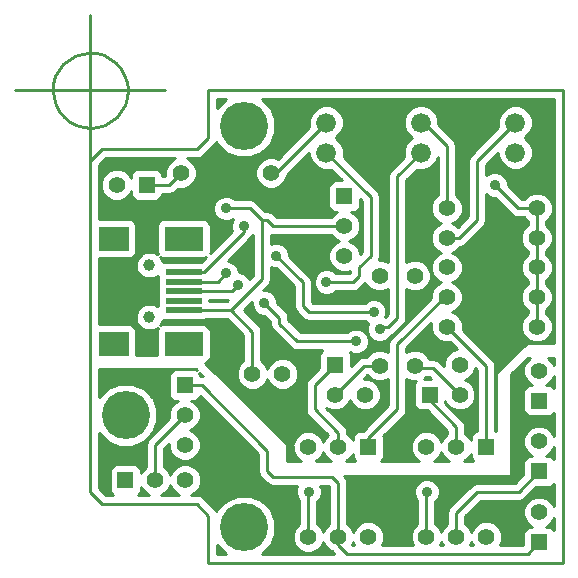
<source format=gtl>
G04 (created by PCBNEW-RS274X (2011-nov-30)-testing) date Sun 23 Sep 2012 15:57:18 CEST*
%MOIN*%
G04 Gerber Fmt 3.4, Leading zero omitted, Abs format*
%FSLAX34Y34*%
G01*
G70*
G90*
G04 APERTURE LIST*
%ADD10C,0.006*%
%ADD11C,0.01*%
%ADD12R,0.122X0.0197*%
%ADD13R,0.1299X0.0787*%
%ADD14R,0.0984X0.0787*%
%ADD15C,0.0394*%
%ADD16R,0.055X0.055*%
%ADD17C,0.055*%
%ADD18C,0.066*%
%ADD19C,0.16*%
%ADD20C,0.035*%
G04 APERTURE END LIST*
G54D10*
G54D11*
X5974Y-4724D02*
X5950Y-4966D01*
X5879Y-5200D01*
X5765Y-5415D01*
X5610Y-5604D01*
X5422Y-5760D01*
X5208Y-5876D01*
X4975Y-5948D01*
X4732Y-5973D01*
X4490Y-5951D01*
X4256Y-5882D01*
X4040Y-5769D01*
X3850Y-5617D01*
X3693Y-5430D01*
X3576Y-5216D01*
X3502Y-4983D01*
X3475Y-4741D01*
X3495Y-4499D01*
X3562Y-4264D01*
X3674Y-4047D01*
X3825Y-3856D01*
X4011Y-3698D01*
X4224Y-3579D01*
X4456Y-3504D01*
X4698Y-3475D01*
X4941Y-3493D01*
X5176Y-3559D01*
X5393Y-3669D01*
X5586Y-3819D01*
X5745Y-4004D01*
X5865Y-4216D01*
X5942Y-4448D01*
X5973Y-4690D01*
X5974Y-4724D01*
X2224Y-4724D02*
X7224Y-4724D01*
X4724Y-2224D02*
X4724Y-7224D01*
X5974Y-4724D02*
X5950Y-4966D01*
X5879Y-5200D01*
X5765Y-5415D01*
X5610Y-5604D01*
X5422Y-5760D01*
X5208Y-5876D01*
X4975Y-5948D01*
X4732Y-5973D01*
X4490Y-5951D01*
X4256Y-5882D01*
X4040Y-5769D01*
X3850Y-5617D01*
X3693Y-5430D01*
X3576Y-5216D01*
X3502Y-4983D01*
X3475Y-4741D01*
X3495Y-4499D01*
X3562Y-4264D01*
X3674Y-4047D01*
X3825Y-3856D01*
X4011Y-3698D01*
X4224Y-3579D01*
X4456Y-3504D01*
X4698Y-3475D01*
X4941Y-3493D01*
X5176Y-3559D01*
X5393Y-3669D01*
X5586Y-3819D01*
X5745Y-4004D01*
X5865Y-4216D01*
X5942Y-4448D01*
X5973Y-4690D01*
X5974Y-4724D01*
X2224Y-4724D02*
X7224Y-4724D01*
X4724Y-2224D02*
X4724Y-7224D01*
X4724Y-18111D02*
X4724Y-7087D01*
X5118Y-18505D02*
X4724Y-18111D01*
X8268Y-18505D02*
X5118Y-18505D01*
X8661Y-18898D02*
X8268Y-18505D01*
X8661Y-20472D02*
X8661Y-18898D01*
X20472Y-20472D02*
X8661Y-20472D01*
X20472Y-4724D02*
X20472Y-20472D01*
X8661Y-4724D02*
X20472Y-4724D01*
X8661Y-6300D02*
X8661Y-4724D01*
X8268Y-6693D02*
X8661Y-6300D01*
X5118Y-6693D02*
X8268Y-6693D01*
X4724Y-7087D02*
X5118Y-6693D01*
G54D12*
X7835Y-11417D03*
X7835Y-11732D03*
X7835Y-12047D03*
X7835Y-11102D03*
X7835Y-10787D03*
G54D13*
X7835Y-9665D03*
X7835Y-13169D03*
G54D14*
X5512Y-9665D03*
X5512Y-13169D03*
G54D15*
X6693Y-10551D03*
X6693Y-12283D03*
G54D16*
X7874Y-14551D03*
G54D17*
X7874Y-15551D03*
X7874Y-16551D03*
G54D16*
X13189Y-8252D03*
G54D17*
X13189Y-9252D03*
X13189Y-10252D03*
G54D16*
X19685Y-15067D03*
G54D17*
X19685Y-14067D03*
G54D16*
X19685Y-17429D03*
G54D17*
X19685Y-16429D03*
G54D16*
X19685Y-19791D03*
G54D17*
X19685Y-18791D03*
X16610Y-8661D03*
X19610Y-8661D03*
X19610Y-12598D03*
X16610Y-12598D03*
X19610Y-11614D03*
X16610Y-11614D03*
X19610Y-10630D03*
X16610Y-10630D03*
X10752Y-7480D03*
X7752Y-7480D03*
X16610Y-9646D03*
X19610Y-9646D03*
X14370Y-13902D03*
X14370Y-10902D03*
X15551Y-13902D03*
X15551Y-10902D03*
G54D18*
X12598Y-5799D03*
X12598Y-6799D03*
X18898Y-5799D03*
X18898Y-6799D03*
X15748Y-5799D03*
X15748Y-6799D03*
G54D16*
X6602Y-7874D03*
G54D17*
X5602Y-7874D03*
X10130Y-14173D03*
X11130Y-14173D03*
G54D16*
X12886Y-13870D03*
G54D17*
X12886Y-14870D03*
X13886Y-14870D03*
G54D16*
X16035Y-14870D03*
G54D17*
X17035Y-14870D03*
X17035Y-13870D03*
G54D19*
X9843Y-19291D03*
X9843Y-5906D03*
X5906Y-15551D03*
G54D16*
X5890Y-17717D03*
G54D17*
X6890Y-17717D03*
X7890Y-17717D03*
G54D16*
X13992Y-16610D03*
G54D17*
X12992Y-16610D03*
X11992Y-16610D03*
X11992Y-19610D03*
X12992Y-19610D03*
X13992Y-19610D03*
G54D16*
X17929Y-16610D03*
G54D17*
X16929Y-16610D03*
X15929Y-16610D03*
X15929Y-19610D03*
X16929Y-19610D03*
X17929Y-19610D03*
G54D20*
X9645Y-11220D03*
X9252Y-10826D03*
X10925Y-10236D03*
X14173Y-12106D03*
X15945Y-18110D03*
X12008Y-18110D03*
X12598Y-11122D03*
X13582Y-13090D03*
X10531Y-11811D03*
X18208Y-7874D03*
X9842Y-9252D03*
X9252Y-8661D03*
X14370Y-12696D03*
G54D11*
X9448Y-11417D02*
X9645Y-11220D01*
X7835Y-11417D02*
X9448Y-11417D01*
X7835Y-11102D02*
X8976Y-11102D01*
X8976Y-11102D02*
X9252Y-10826D01*
X11811Y-11122D02*
X11811Y-11909D01*
X11811Y-11909D02*
X12008Y-12106D01*
X10925Y-10236D02*
X11811Y-11122D01*
X12008Y-12106D02*
X14173Y-12106D01*
X11992Y-19610D02*
X11992Y-18126D01*
X15929Y-18126D02*
X15929Y-19610D01*
X15945Y-18110D02*
X15929Y-18126D01*
X11992Y-18126D02*
X12008Y-18110D01*
X14074Y-8275D02*
X12598Y-6799D01*
X13681Y-10629D02*
X14074Y-10236D01*
X13484Y-11122D02*
X13681Y-10925D01*
X12598Y-11122D02*
X13484Y-11122D01*
X13681Y-10925D02*
X13681Y-10629D01*
X14074Y-10236D02*
X14074Y-8275D01*
X16610Y-9646D02*
X17027Y-9646D01*
X17618Y-7079D02*
X18898Y-5799D01*
X17618Y-9055D02*
X17618Y-7079D01*
X17027Y-9646D02*
X17618Y-9055D01*
X11023Y-12303D02*
X11023Y-12499D01*
X10531Y-11811D02*
X11023Y-12303D01*
X11614Y-13090D02*
X13582Y-13090D01*
X11023Y-12499D02*
X11614Y-13090D01*
X12886Y-14870D02*
X12886Y-14869D01*
X13853Y-13902D02*
X14370Y-13902D01*
X12886Y-14869D02*
X13853Y-13902D01*
X17929Y-13917D02*
X16610Y-12598D01*
X17929Y-16610D02*
X17929Y-13917D01*
X12992Y-16142D02*
X12204Y-15354D01*
X12992Y-16610D02*
X12992Y-16142D01*
X12204Y-14552D02*
X12886Y-13870D01*
X12204Y-15354D02*
X12204Y-14552D01*
X16929Y-15945D02*
X16929Y-16610D01*
X16035Y-15051D02*
X16929Y-15945D01*
X16035Y-14870D02*
X16035Y-15051D01*
X16141Y-13976D02*
X15625Y-13976D01*
X15625Y-13976D02*
X15551Y-13902D01*
X17035Y-14870D02*
X16141Y-13976D01*
X19004Y-18110D02*
X19685Y-17429D01*
X6890Y-17717D02*
X6890Y-16535D01*
X6890Y-16535D02*
X7874Y-15551D01*
X16929Y-18799D02*
X17618Y-18110D01*
X17618Y-18110D02*
X19004Y-18110D01*
X16929Y-19610D02*
X16929Y-18799D01*
X10752Y-7480D02*
X10917Y-7480D01*
X10917Y-7480D02*
X12598Y-5799D01*
X10630Y-16732D02*
X8449Y-14551D01*
X12795Y-17618D02*
X10827Y-17618D01*
X10630Y-17421D02*
X10630Y-16732D01*
X10827Y-17618D02*
X10630Y-17421D01*
X12992Y-17815D02*
X12795Y-17618D01*
X8449Y-14551D02*
X7874Y-14551D01*
X12992Y-19610D02*
X12992Y-19882D01*
X19299Y-20177D02*
X19685Y-19791D01*
X13287Y-20177D02*
X19299Y-20177D01*
X12992Y-19610D02*
X12992Y-17815D01*
X12992Y-19882D02*
X13287Y-20177D01*
X16610Y-6571D02*
X16610Y-8661D01*
X15748Y-5799D02*
X15838Y-5799D01*
X15838Y-5799D02*
X16610Y-6571D01*
X13992Y-16610D02*
X13992Y-16322D01*
X14960Y-13188D02*
X16534Y-11614D01*
X14960Y-15354D02*
X14960Y-13188D01*
X13992Y-16322D02*
X14960Y-15354D01*
X16534Y-11614D02*
X16610Y-11614D01*
X19610Y-9646D02*
X19610Y-8661D01*
X19610Y-8661D02*
X18995Y-8661D01*
X8503Y-10787D02*
X9842Y-9448D01*
X19610Y-12598D02*
X19610Y-11614D01*
X18995Y-8661D02*
X18208Y-7874D01*
X19610Y-10630D02*
X19610Y-9646D01*
X19610Y-11614D02*
X19610Y-10630D01*
X9842Y-9448D02*
X9842Y-9252D01*
X7835Y-10787D02*
X8503Y-10787D01*
X6602Y-7874D02*
X7358Y-7874D01*
X7358Y-7874D02*
X7752Y-7480D01*
X10433Y-9055D02*
X10039Y-8661D01*
X10433Y-11023D02*
X10433Y-9055D01*
X10629Y-9055D02*
X10433Y-9055D01*
X10039Y-8661D02*
X9252Y-8661D01*
X10826Y-9252D02*
X10629Y-9055D01*
X13189Y-9252D02*
X10826Y-9252D01*
X10130Y-12768D02*
X9409Y-12047D01*
X10130Y-14173D02*
X10130Y-12768D01*
X9409Y-12047D02*
X10433Y-11023D01*
X7835Y-12047D02*
X9409Y-12047D01*
X14370Y-12696D02*
X14468Y-12598D01*
X14468Y-12598D02*
X14665Y-12598D01*
X14665Y-12598D02*
X14960Y-12303D01*
X14960Y-12303D02*
X14960Y-7587D01*
X14960Y-7587D02*
X15748Y-6799D01*
G54D10*
G36*
X8576Y-10288D02*
X8425Y-10440D01*
X8396Y-10440D01*
X7176Y-10440D01*
X7136Y-10456D01*
X7134Y-10451D01*
X7133Y-10431D01*
X7088Y-10325D01*
X7081Y-10323D01*
X7075Y-10310D01*
X7085Y-10301D01*
X7058Y-10274D01*
X7136Y-10307D01*
X7137Y-10307D01*
X7235Y-10307D01*
X7723Y-10308D01*
X7724Y-10307D01*
X7946Y-10307D01*
X7947Y-10308D01*
X8533Y-10307D01*
X8576Y-10288D01*
X8576Y-10288D01*
G37*
G54D11*
X8576Y-10288D02*
X8425Y-10440D01*
X8396Y-10440D01*
X7176Y-10440D01*
X7136Y-10456D01*
X7134Y-10451D01*
X7133Y-10431D01*
X7088Y-10325D01*
X7081Y-10323D01*
X7075Y-10310D01*
X7085Y-10301D01*
X7058Y-10274D01*
X7136Y-10307D01*
X7137Y-10307D01*
X7235Y-10307D01*
X7723Y-10308D01*
X7724Y-10307D01*
X7946Y-10307D01*
X7947Y-10308D01*
X8533Y-10307D01*
X8576Y-10288D01*
G54D10*
G36*
X9240Y-5024D02*
X8961Y-5303D01*
X8961Y-5024D01*
X9240Y-5024D01*
X9240Y-5024D01*
G37*
G54D11*
X9240Y-5024D02*
X8961Y-5303D01*
X8961Y-5024D01*
X9240Y-5024D01*
G54D10*
G36*
X9315Y-11717D02*
X9285Y-11747D01*
X8694Y-11747D01*
X8694Y-11717D01*
X9315Y-11717D01*
X9315Y-11717D01*
G37*
G54D11*
X9315Y-11717D02*
X9285Y-11747D01*
X8694Y-11747D01*
X8694Y-11717D01*
X9315Y-11717D01*
G54D10*
G36*
X10133Y-10899D02*
X10019Y-11012D01*
X10006Y-10980D01*
X9886Y-10860D01*
X9730Y-10795D01*
X9677Y-10795D01*
X9677Y-10742D01*
X9613Y-10586D01*
X9493Y-10466D01*
X9337Y-10401D01*
X9313Y-10401D01*
X10054Y-9661D01*
X10054Y-9660D01*
X10092Y-9602D01*
X10093Y-9601D01*
X10133Y-9562D01*
X10133Y-10899D01*
X10133Y-10899D01*
G37*
G54D11*
X10133Y-10899D02*
X10019Y-11012D01*
X10006Y-10980D01*
X9886Y-10860D01*
X9730Y-10795D01*
X9677Y-10795D01*
X9677Y-10742D01*
X9613Y-10586D01*
X9493Y-10466D01*
X9337Y-10401D01*
X9313Y-10401D01*
X10054Y-9661D01*
X10054Y-9660D01*
X10092Y-9602D01*
X10093Y-9601D01*
X10133Y-9562D01*
X10133Y-10899D01*
G54D10*
G36*
X12642Y-16216D02*
X12547Y-16312D01*
X12494Y-16439D01*
X12452Y-16338D01*
X12446Y-16336D01*
X12437Y-16313D01*
X12290Y-16165D01*
X12265Y-16154D01*
X12264Y-16150D01*
X12190Y-16123D01*
X12097Y-16085D01*
X12082Y-16085D01*
X12068Y-16080D01*
X11981Y-16085D01*
X11888Y-16085D01*
X11872Y-16091D01*
X11860Y-16092D01*
X11720Y-16150D01*
X11718Y-16155D01*
X11695Y-16165D01*
X11547Y-16312D01*
X11536Y-16336D01*
X11532Y-16338D01*
X11505Y-16411D01*
X11467Y-16505D01*
X11467Y-16520D01*
X11462Y-16534D01*
X11467Y-16620D01*
X11467Y-16714D01*
X11473Y-16729D01*
X11474Y-16742D01*
X11532Y-16882D01*
X11537Y-16883D01*
X11547Y-16907D01*
X11694Y-17055D01*
X11718Y-17065D01*
X11720Y-17070D01*
X11736Y-17076D01*
X11270Y-17076D01*
X11270Y-16514D01*
X8557Y-13801D01*
X8625Y-13773D01*
X8695Y-13703D01*
X8733Y-13612D01*
X8733Y-13513D01*
X8734Y-13281D01*
X8733Y-13280D01*
X8733Y-13058D01*
X8734Y-13057D01*
X8733Y-12825D01*
X8733Y-12727D01*
X8733Y-12726D01*
X8695Y-12635D01*
X8625Y-12565D01*
X8534Y-12527D01*
X8533Y-12527D01*
X7947Y-12526D01*
X7946Y-12527D01*
X7724Y-12527D01*
X7723Y-12526D01*
X7137Y-12527D01*
X7058Y-12559D01*
X7085Y-12533D01*
X7075Y-12523D01*
X7081Y-12510D01*
X7088Y-12509D01*
X7113Y-12433D01*
X7136Y-12377D01*
X7175Y-12394D01*
X7274Y-12394D01*
X8494Y-12394D01*
X8586Y-12356D01*
X8595Y-12347D01*
X9284Y-12347D01*
X9830Y-12892D01*
X9830Y-13730D01*
X9685Y-13875D01*
X9605Y-14068D01*
X9605Y-14277D01*
X9685Y-14470D01*
X9832Y-14618D01*
X10025Y-14698D01*
X10234Y-14698D01*
X10427Y-14618D01*
X10575Y-14471D01*
X10630Y-14337D01*
X10685Y-14470D01*
X10832Y-14618D01*
X11025Y-14698D01*
X11234Y-14698D01*
X11427Y-14618D01*
X11575Y-14471D01*
X11655Y-14278D01*
X11655Y-14069D01*
X11575Y-13876D01*
X11428Y-13728D01*
X11235Y-13648D01*
X11026Y-13648D01*
X10833Y-13728D01*
X10685Y-13875D01*
X10629Y-14008D01*
X10575Y-13876D01*
X10430Y-13730D01*
X10430Y-12768D01*
X10407Y-12653D01*
X10342Y-12556D01*
X10342Y-12555D01*
X9833Y-12046D01*
X10106Y-11774D01*
X10106Y-11895D01*
X10170Y-12051D01*
X10290Y-12171D01*
X10446Y-12236D01*
X10531Y-12236D01*
X10723Y-12427D01*
X10723Y-12499D01*
X10746Y-12614D01*
X10811Y-12711D01*
X11401Y-13302D01*
X11402Y-13302D01*
X11499Y-13367D01*
X11613Y-13389D01*
X11614Y-13390D01*
X12464Y-13390D01*
X12400Y-13454D01*
X12362Y-13545D01*
X12362Y-13644D01*
X12362Y-13970D01*
X11992Y-14340D01*
X11927Y-14437D01*
X11904Y-14552D01*
X11904Y-15354D01*
X11927Y-15469D01*
X11992Y-15566D01*
X12642Y-16216D01*
X12642Y-16216D01*
G37*
G54D11*
X12642Y-16216D02*
X12547Y-16312D01*
X12494Y-16439D01*
X12452Y-16338D01*
X12446Y-16336D01*
X12437Y-16313D01*
X12290Y-16165D01*
X12265Y-16154D01*
X12264Y-16150D01*
X12190Y-16123D01*
X12097Y-16085D01*
X12082Y-16085D01*
X12068Y-16080D01*
X11981Y-16085D01*
X11888Y-16085D01*
X11872Y-16091D01*
X11860Y-16092D01*
X11720Y-16150D01*
X11718Y-16155D01*
X11695Y-16165D01*
X11547Y-16312D01*
X11536Y-16336D01*
X11532Y-16338D01*
X11505Y-16411D01*
X11467Y-16505D01*
X11467Y-16520D01*
X11462Y-16534D01*
X11467Y-16620D01*
X11467Y-16714D01*
X11473Y-16729D01*
X11474Y-16742D01*
X11532Y-16882D01*
X11537Y-16883D01*
X11547Y-16907D01*
X11694Y-17055D01*
X11718Y-17065D01*
X11720Y-17070D01*
X11736Y-17076D01*
X11270Y-17076D01*
X11270Y-16514D01*
X8557Y-13801D01*
X8625Y-13773D01*
X8695Y-13703D01*
X8733Y-13612D01*
X8733Y-13513D01*
X8734Y-13281D01*
X8733Y-13280D01*
X8733Y-13058D01*
X8734Y-13057D01*
X8733Y-12825D01*
X8733Y-12727D01*
X8733Y-12726D01*
X8695Y-12635D01*
X8625Y-12565D01*
X8534Y-12527D01*
X8533Y-12527D01*
X7947Y-12526D01*
X7946Y-12527D01*
X7724Y-12527D01*
X7723Y-12526D01*
X7137Y-12527D01*
X7058Y-12559D01*
X7085Y-12533D01*
X7075Y-12523D01*
X7081Y-12510D01*
X7088Y-12509D01*
X7113Y-12433D01*
X7136Y-12377D01*
X7175Y-12394D01*
X7274Y-12394D01*
X8494Y-12394D01*
X8586Y-12356D01*
X8595Y-12347D01*
X9284Y-12347D01*
X9830Y-12892D01*
X9830Y-13730D01*
X9685Y-13875D01*
X9605Y-14068D01*
X9605Y-14277D01*
X9685Y-14470D01*
X9832Y-14618D01*
X10025Y-14698D01*
X10234Y-14698D01*
X10427Y-14618D01*
X10575Y-14471D01*
X10630Y-14337D01*
X10685Y-14470D01*
X10832Y-14618D01*
X11025Y-14698D01*
X11234Y-14698D01*
X11427Y-14618D01*
X11575Y-14471D01*
X11655Y-14278D01*
X11655Y-14069D01*
X11575Y-13876D01*
X11428Y-13728D01*
X11235Y-13648D01*
X11026Y-13648D01*
X10833Y-13728D01*
X10685Y-13875D01*
X10629Y-14008D01*
X10575Y-13876D01*
X10430Y-13730D01*
X10430Y-12768D01*
X10407Y-12653D01*
X10342Y-12556D01*
X10342Y-12555D01*
X9833Y-12046D01*
X10106Y-11774D01*
X10106Y-11895D01*
X10170Y-12051D01*
X10290Y-12171D01*
X10446Y-12236D01*
X10531Y-12236D01*
X10723Y-12427D01*
X10723Y-12499D01*
X10746Y-12614D01*
X10811Y-12711D01*
X11401Y-13302D01*
X11402Y-13302D01*
X11499Y-13367D01*
X11613Y-13389D01*
X11614Y-13390D01*
X12464Y-13390D01*
X12400Y-13454D01*
X12362Y-13545D01*
X12362Y-13644D01*
X12362Y-13970D01*
X11992Y-14340D01*
X11927Y-14437D01*
X11904Y-14552D01*
X11904Y-15354D01*
X11927Y-15469D01*
X11992Y-15566D01*
X12642Y-16216D01*
G54D10*
G36*
X12744Y-17076D02*
X12249Y-17076D01*
X12264Y-17070D01*
X12265Y-17064D01*
X12289Y-17055D01*
X12437Y-16908D01*
X12447Y-16883D01*
X12452Y-16882D01*
X12478Y-16808D01*
X12492Y-16774D01*
X12547Y-16907D01*
X12694Y-17055D01*
X12744Y-17076D01*
X12744Y-17076D01*
G37*
G54D11*
X12744Y-17076D02*
X12249Y-17076D01*
X12264Y-17070D01*
X12265Y-17064D01*
X12289Y-17055D01*
X12437Y-16908D01*
X12447Y-16883D01*
X12452Y-16882D01*
X12478Y-16808D01*
X12492Y-16774D01*
X12547Y-16907D01*
X12694Y-17055D01*
X12744Y-17076D01*
G54D10*
G36*
X13556Y-17076D02*
X13238Y-17076D01*
X13289Y-17055D01*
X13437Y-16908D01*
X13468Y-16833D01*
X13468Y-16934D01*
X13506Y-17026D01*
X13556Y-17076D01*
X13556Y-17076D01*
G37*
G54D11*
X13556Y-17076D02*
X13238Y-17076D01*
X13289Y-17055D01*
X13437Y-16908D01*
X13468Y-16833D01*
X13468Y-16934D01*
X13506Y-17026D01*
X13556Y-17076D01*
G54D10*
G36*
X13774Y-10111D02*
X13714Y-10171D01*
X13714Y-10148D01*
X13634Y-9955D01*
X13487Y-9807D01*
X13353Y-9751D01*
X13486Y-9697D01*
X13634Y-9550D01*
X13714Y-9357D01*
X13714Y-9148D01*
X13634Y-8955D01*
X13487Y-8807D01*
X13412Y-8776D01*
X13513Y-8776D01*
X13605Y-8738D01*
X13675Y-8668D01*
X13713Y-8577D01*
X13713Y-8478D01*
X13713Y-8338D01*
X13774Y-8399D01*
X13774Y-10111D01*
X13774Y-10111D01*
G37*
G54D11*
X13774Y-10111D02*
X13714Y-10171D01*
X13714Y-10148D01*
X13634Y-9955D01*
X13487Y-9807D01*
X13353Y-9751D01*
X13486Y-9697D01*
X13634Y-9550D01*
X13714Y-9357D01*
X13714Y-9148D01*
X13634Y-8955D01*
X13487Y-8807D01*
X13412Y-8776D01*
X13513Y-8776D01*
X13605Y-8738D01*
X13675Y-8668D01*
X13713Y-8577D01*
X13713Y-8478D01*
X13713Y-8338D01*
X13774Y-8399D01*
X13774Y-10111D01*
G54D10*
G36*
X14660Y-12179D02*
X14562Y-12276D01*
X14598Y-12191D01*
X14598Y-12022D01*
X14534Y-11866D01*
X14414Y-11746D01*
X14258Y-11681D01*
X14089Y-11681D01*
X13933Y-11745D01*
X13872Y-11806D01*
X12132Y-11806D01*
X12111Y-11784D01*
X12111Y-11122D01*
X12110Y-11121D01*
X12088Y-11007D01*
X12023Y-10910D01*
X12022Y-10909D01*
X11350Y-10237D01*
X11350Y-10152D01*
X11286Y-9996D01*
X11166Y-9876D01*
X11010Y-9811D01*
X10841Y-9811D01*
X10733Y-9855D01*
X10733Y-9533D01*
X10826Y-9552D01*
X12746Y-9552D01*
X12891Y-9697D01*
X13024Y-9752D01*
X12892Y-9807D01*
X12744Y-9954D01*
X12664Y-10147D01*
X12664Y-10356D01*
X12744Y-10549D01*
X12891Y-10697D01*
X13084Y-10777D01*
X13293Y-10777D01*
X13381Y-10740D01*
X13381Y-10800D01*
X13359Y-10822D01*
X12899Y-10822D01*
X12839Y-10762D01*
X12683Y-10697D01*
X12514Y-10697D01*
X12358Y-10761D01*
X12238Y-10881D01*
X12173Y-11037D01*
X12173Y-11206D01*
X12237Y-11362D01*
X12357Y-11482D01*
X12513Y-11547D01*
X12682Y-11547D01*
X12838Y-11483D01*
X12899Y-11422D01*
X13484Y-11422D01*
X13599Y-11399D01*
X13696Y-11334D01*
X13893Y-11138D01*
X13893Y-11137D01*
X13896Y-11131D01*
X13897Y-11131D01*
X13925Y-11199D01*
X14072Y-11347D01*
X14265Y-11427D01*
X14474Y-11427D01*
X14660Y-11349D01*
X14660Y-12179D01*
X14660Y-12179D01*
G37*
G54D11*
X14660Y-12179D02*
X14562Y-12276D01*
X14598Y-12191D01*
X14598Y-12022D01*
X14534Y-11866D01*
X14414Y-11746D01*
X14258Y-11681D01*
X14089Y-11681D01*
X13933Y-11745D01*
X13872Y-11806D01*
X12132Y-11806D01*
X12111Y-11784D01*
X12111Y-11122D01*
X12110Y-11121D01*
X12088Y-11007D01*
X12023Y-10910D01*
X12022Y-10909D01*
X11350Y-10237D01*
X11350Y-10152D01*
X11286Y-9996D01*
X11166Y-9876D01*
X11010Y-9811D01*
X10841Y-9811D01*
X10733Y-9855D01*
X10733Y-9533D01*
X10826Y-9552D01*
X12746Y-9552D01*
X12891Y-9697D01*
X13024Y-9752D01*
X12892Y-9807D01*
X12744Y-9954D01*
X12664Y-10147D01*
X12664Y-10356D01*
X12744Y-10549D01*
X12891Y-10697D01*
X13084Y-10777D01*
X13293Y-10777D01*
X13381Y-10740D01*
X13381Y-10800D01*
X13359Y-10822D01*
X12899Y-10822D01*
X12839Y-10762D01*
X12683Y-10697D01*
X12514Y-10697D01*
X12358Y-10761D01*
X12238Y-10881D01*
X12173Y-11037D01*
X12173Y-11206D01*
X12237Y-11362D01*
X12357Y-11482D01*
X12513Y-11547D01*
X12682Y-11547D01*
X12838Y-11483D01*
X12899Y-11422D01*
X13484Y-11422D01*
X13599Y-11399D01*
X13696Y-11334D01*
X13893Y-11138D01*
X13893Y-11137D01*
X13896Y-11131D01*
X13897Y-11131D01*
X13925Y-11199D01*
X14072Y-11347D01*
X14265Y-11427D01*
X14474Y-11427D01*
X14660Y-11349D01*
X14660Y-12179D01*
G54D10*
G36*
X14660Y-15230D02*
X13804Y-16086D01*
X13668Y-16086D01*
X13576Y-16124D01*
X13506Y-16194D01*
X13468Y-16285D01*
X13468Y-16384D01*
X13468Y-16387D01*
X13437Y-16313D01*
X13292Y-16167D01*
X13292Y-16142D01*
X13269Y-16027D01*
X13204Y-15930D01*
X12589Y-15315D01*
X12781Y-15395D01*
X12990Y-15395D01*
X13183Y-15315D01*
X13331Y-15168D01*
X13386Y-15034D01*
X13441Y-15167D01*
X13588Y-15315D01*
X13781Y-15395D01*
X13990Y-15395D01*
X14183Y-15315D01*
X14331Y-15168D01*
X14411Y-14975D01*
X14411Y-14766D01*
X14331Y-14573D01*
X14184Y-14425D01*
X13991Y-14345D01*
X13834Y-14345D01*
X13952Y-14227D01*
X14072Y-14347D01*
X14265Y-14427D01*
X14474Y-14427D01*
X14660Y-14349D01*
X14660Y-15230D01*
X14660Y-15230D01*
G37*
G54D11*
X14660Y-15230D02*
X13804Y-16086D01*
X13668Y-16086D01*
X13576Y-16124D01*
X13506Y-16194D01*
X13468Y-16285D01*
X13468Y-16384D01*
X13468Y-16387D01*
X13437Y-16313D01*
X13292Y-16167D01*
X13292Y-16142D01*
X13269Y-16027D01*
X13204Y-15930D01*
X12589Y-15315D01*
X12781Y-15395D01*
X12990Y-15395D01*
X13183Y-15315D01*
X13331Y-15168D01*
X13386Y-15034D01*
X13441Y-15167D01*
X13588Y-15315D01*
X13781Y-15395D01*
X13990Y-15395D01*
X14183Y-15315D01*
X14331Y-15168D01*
X14411Y-14975D01*
X14411Y-14766D01*
X14331Y-14573D01*
X14184Y-14425D01*
X13991Y-14345D01*
X13834Y-14345D01*
X13952Y-14227D01*
X14072Y-14347D01*
X14265Y-14427D01*
X14474Y-14427D01*
X14660Y-14349D01*
X14660Y-15230D01*
G54D10*
G36*
X16087Y-14346D02*
X15849Y-14346D01*
X15919Y-14276D01*
X16017Y-14276D01*
X16087Y-14346D01*
X16087Y-14346D01*
G37*
G54D11*
X16087Y-14346D02*
X15849Y-14346D01*
X15919Y-14276D01*
X16017Y-14276D01*
X16087Y-14346D01*
G54D10*
G36*
X16427Y-9153D02*
X16313Y-9201D01*
X16165Y-9348D01*
X16085Y-9541D01*
X16085Y-9750D01*
X16165Y-9943D01*
X16312Y-10091D01*
X16425Y-10138D01*
X16313Y-10185D01*
X16165Y-10332D01*
X16085Y-10525D01*
X16085Y-10734D01*
X16165Y-10927D01*
X16312Y-11075D01*
X16425Y-11122D01*
X16313Y-11169D01*
X16165Y-11316D01*
X16085Y-11509D01*
X16085Y-11639D01*
X14748Y-12976D01*
X14683Y-13073D01*
X14660Y-13188D01*
X14660Y-13453D01*
X14475Y-13377D01*
X14266Y-13377D01*
X14073Y-13457D01*
X13927Y-13602D01*
X13853Y-13602D01*
X13738Y-13625D01*
X13640Y-13690D01*
X13410Y-13920D01*
X13410Y-13546D01*
X13376Y-13464D01*
X13497Y-13515D01*
X13666Y-13515D01*
X13822Y-13451D01*
X13942Y-13331D01*
X14007Y-13175D01*
X14007Y-13006D01*
X13943Y-12850D01*
X13823Y-12730D01*
X13667Y-12665D01*
X13498Y-12665D01*
X13342Y-12729D01*
X13281Y-12790D01*
X11738Y-12790D01*
X11323Y-12374D01*
X11323Y-12303D01*
X11322Y-12302D01*
X11300Y-12188D01*
X11235Y-12091D01*
X11235Y-12090D01*
X10956Y-11811D01*
X10956Y-11727D01*
X10892Y-11571D01*
X10772Y-11451D01*
X10616Y-11386D01*
X10494Y-11386D01*
X10645Y-11235D01*
X10710Y-11138D01*
X10733Y-11023D01*
X10733Y-10616D01*
X10840Y-10661D01*
X10926Y-10661D01*
X11511Y-11246D01*
X11511Y-11909D01*
X11534Y-12024D01*
X11599Y-12121D01*
X11795Y-12318D01*
X11796Y-12318D01*
X11893Y-12383D01*
X12008Y-12406D01*
X13872Y-12406D01*
X13932Y-12466D01*
X13994Y-12492D01*
X13945Y-12611D01*
X13945Y-12780D01*
X14009Y-12936D01*
X14129Y-13056D01*
X14285Y-13121D01*
X14454Y-13121D01*
X14610Y-13057D01*
X14730Y-12937D01*
X14753Y-12880D01*
X14780Y-12875D01*
X14877Y-12810D01*
X15172Y-12515D01*
X15237Y-12418D01*
X15260Y-12303D01*
X15260Y-11349D01*
X15446Y-11427D01*
X15655Y-11427D01*
X15848Y-11347D01*
X15996Y-11200D01*
X16076Y-11007D01*
X16076Y-10798D01*
X15996Y-10605D01*
X15849Y-10457D01*
X15656Y-10377D01*
X15447Y-10377D01*
X15260Y-10454D01*
X15260Y-7711D01*
X15603Y-7367D01*
X15632Y-7379D01*
X15863Y-7379D01*
X16076Y-7291D01*
X16239Y-7128D01*
X16310Y-6958D01*
X16310Y-8218D01*
X16165Y-8363D01*
X16085Y-8556D01*
X16085Y-8765D01*
X16165Y-8958D01*
X16312Y-9106D01*
X16427Y-9153D01*
X16427Y-9153D01*
G37*
G54D11*
X16427Y-9153D02*
X16313Y-9201D01*
X16165Y-9348D01*
X16085Y-9541D01*
X16085Y-9750D01*
X16165Y-9943D01*
X16312Y-10091D01*
X16425Y-10138D01*
X16313Y-10185D01*
X16165Y-10332D01*
X16085Y-10525D01*
X16085Y-10734D01*
X16165Y-10927D01*
X16312Y-11075D01*
X16425Y-11122D01*
X16313Y-11169D01*
X16165Y-11316D01*
X16085Y-11509D01*
X16085Y-11639D01*
X14748Y-12976D01*
X14683Y-13073D01*
X14660Y-13188D01*
X14660Y-13453D01*
X14475Y-13377D01*
X14266Y-13377D01*
X14073Y-13457D01*
X13927Y-13602D01*
X13853Y-13602D01*
X13738Y-13625D01*
X13640Y-13690D01*
X13410Y-13920D01*
X13410Y-13546D01*
X13376Y-13464D01*
X13497Y-13515D01*
X13666Y-13515D01*
X13822Y-13451D01*
X13942Y-13331D01*
X14007Y-13175D01*
X14007Y-13006D01*
X13943Y-12850D01*
X13823Y-12730D01*
X13667Y-12665D01*
X13498Y-12665D01*
X13342Y-12729D01*
X13281Y-12790D01*
X11738Y-12790D01*
X11323Y-12374D01*
X11323Y-12303D01*
X11322Y-12302D01*
X11300Y-12188D01*
X11235Y-12091D01*
X11235Y-12090D01*
X10956Y-11811D01*
X10956Y-11727D01*
X10892Y-11571D01*
X10772Y-11451D01*
X10616Y-11386D01*
X10494Y-11386D01*
X10645Y-11235D01*
X10710Y-11138D01*
X10733Y-11023D01*
X10733Y-10616D01*
X10840Y-10661D01*
X10926Y-10661D01*
X11511Y-11246D01*
X11511Y-11909D01*
X11534Y-12024D01*
X11599Y-12121D01*
X11795Y-12318D01*
X11796Y-12318D01*
X11893Y-12383D01*
X12008Y-12406D01*
X13872Y-12406D01*
X13932Y-12466D01*
X13994Y-12492D01*
X13945Y-12611D01*
X13945Y-12780D01*
X14009Y-12936D01*
X14129Y-13056D01*
X14285Y-13121D01*
X14454Y-13121D01*
X14610Y-13057D01*
X14730Y-12937D01*
X14753Y-12880D01*
X14780Y-12875D01*
X14877Y-12810D01*
X15172Y-12515D01*
X15237Y-12418D01*
X15260Y-12303D01*
X15260Y-11349D01*
X15446Y-11427D01*
X15655Y-11427D01*
X15848Y-11347D01*
X15996Y-11200D01*
X16076Y-11007D01*
X16076Y-10798D01*
X15996Y-10605D01*
X15849Y-10457D01*
X15656Y-10377D01*
X15447Y-10377D01*
X15260Y-10454D01*
X15260Y-7711D01*
X15603Y-7367D01*
X15632Y-7379D01*
X15863Y-7379D01*
X16076Y-7291D01*
X16239Y-7128D01*
X16310Y-6958D01*
X16310Y-8218D01*
X16165Y-8363D01*
X16085Y-8556D01*
X16085Y-8765D01*
X16165Y-8958D01*
X16312Y-9106D01*
X16427Y-9153D01*
G54D10*
G36*
X16629Y-16167D02*
X16484Y-16312D01*
X16431Y-16439D01*
X16389Y-16338D01*
X16383Y-16336D01*
X16374Y-16313D01*
X16227Y-16165D01*
X16202Y-16154D01*
X16201Y-16150D01*
X16127Y-16123D01*
X16034Y-16085D01*
X16019Y-16085D01*
X16005Y-16080D01*
X15918Y-16085D01*
X15825Y-16085D01*
X15809Y-16091D01*
X15797Y-16092D01*
X15657Y-16150D01*
X15655Y-16155D01*
X15632Y-16165D01*
X15484Y-16312D01*
X15473Y-16336D01*
X15469Y-16338D01*
X15442Y-16411D01*
X15404Y-16505D01*
X15404Y-16520D01*
X15399Y-16534D01*
X15404Y-16620D01*
X15404Y-16714D01*
X15410Y-16729D01*
X15411Y-16742D01*
X15469Y-16882D01*
X15474Y-16883D01*
X15484Y-16907D01*
X15631Y-17055D01*
X15655Y-17065D01*
X15657Y-17070D01*
X15673Y-17076D01*
X14428Y-17076D01*
X14478Y-17026D01*
X14516Y-16935D01*
X14516Y-16836D01*
X14516Y-16286D01*
X14497Y-16240D01*
X15171Y-15567D01*
X15171Y-15566D01*
X15172Y-15566D01*
X15237Y-15469D01*
X15259Y-15355D01*
X15260Y-15354D01*
X15260Y-14349D01*
X15446Y-14427D01*
X15576Y-14427D01*
X15549Y-14454D01*
X15511Y-14545D01*
X15511Y-14644D01*
X15511Y-15194D01*
X15549Y-15286D01*
X15619Y-15356D01*
X15710Y-15394D01*
X15809Y-15394D01*
X15954Y-15394D01*
X16629Y-16069D01*
X16629Y-16167D01*
X16629Y-16167D01*
G37*
G54D11*
X16629Y-16167D02*
X16484Y-16312D01*
X16431Y-16439D01*
X16389Y-16338D01*
X16383Y-16336D01*
X16374Y-16313D01*
X16227Y-16165D01*
X16202Y-16154D01*
X16201Y-16150D01*
X16127Y-16123D01*
X16034Y-16085D01*
X16019Y-16085D01*
X16005Y-16080D01*
X15918Y-16085D01*
X15825Y-16085D01*
X15809Y-16091D01*
X15797Y-16092D01*
X15657Y-16150D01*
X15655Y-16155D01*
X15632Y-16165D01*
X15484Y-16312D01*
X15473Y-16336D01*
X15469Y-16338D01*
X15442Y-16411D01*
X15404Y-16505D01*
X15404Y-16520D01*
X15399Y-16534D01*
X15404Y-16620D01*
X15404Y-16714D01*
X15410Y-16729D01*
X15411Y-16742D01*
X15469Y-16882D01*
X15474Y-16883D01*
X15484Y-16907D01*
X15631Y-17055D01*
X15655Y-17065D01*
X15657Y-17070D01*
X15673Y-17076D01*
X14428Y-17076D01*
X14478Y-17026D01*
X14516Y-16935D01*
X14516Y-16836D01*
X14516Y-16286D01*
X14497Y-16240D01*
X15171Y-15567D01*
X15171Y-15566D01*
X15172Y-15566D01*
X15237Y-15469D01*
X15259Y-15355D01*
X15260Y-15354D01*
X15260Y-14349D01*
X15446Y-14427D01*
X15576Y-14427D01*
X15549Y-14454D01*
X15511Y-14545D01*
X15511Y-14644D01*
X15511Y-15194D01*
X15549Y-15286D01*
X15619Y-15356D01*
X15710Y-15394D01*
X15809Y-15394D01*
X15954Y-15394D01*
X16629Y-16069D01*
X16629Y-16167D01*
G54D10*
G36*
X16681Y-17076D02*
X16186Y-17076D01*
X16201Y-17070D01*
X16202Y-17064D01*
X16226Y-17055D01*
X16374Y-16908D01*
X16384Y-16883D01*
X16389Y-16882D01*
X16415Y-16808D01*
X16429Y-16774D01*
X16484Y-16907D01*
X16631Y-17055D01*
X16681Y-17076D01*
X16681Y-17076D01*
G37*
G54D11*
X16681Y-17076D02*
X16186Y-17076D01*
X16201Y-17070D01*
X16202Y-17064D01*
X16226Y-17055D01*
X16374Y-16908D01*
X16384Y-16883D01*
X16389Y-16882D01*
X16415Y-16808D01*
X16429Y-16774D01*
X16484Y-16907D01*
X16631Y-17055D01*
X16681Y-17076D01*
G54D10*
G36*
X16933Y-13345D02*
X16931Y-13345D01*
X16738Y-13425D01*
X16590Y-13572D01*
X16510Y-13765D01*
X16510Y-13921D01*
X16353Y-13764D01*
X16256Y-13699D01*
X16141Y-13676D01*
X16025Y-13676D01*
X15996Y-13605D01*
X15849Y-13457D01*
X15656Y-13377D01*
X15447Y-13377D01*
X15260Y-13454D01*
X15260Y-13312D01*
X16089Y-12482D01*
X16085Y-12493D01*
X16085Y-12702D01*
X16165Y-12895D01*
X16312Y-13043D01*
X16505Y-13123D01*
X16711Y-13123D01*
X16933Y-13345D01*
X16933Y-13345D01*
G37*
G54D11*
X16933Y-13345D02*
X16931Y-13345D01*
X16738Y-13425D01*
X16590Y-13572D01*
X16510Y-13765D01*
X16510Y-13921D01*
X16353Y-13764D01*
X16256Y-13699D01*
X16141Y-13676D01*
X16025Y-13676D01*
X15996Y-13605D01*
X15849Y-13457D01*
X15656Y-13377D01*
X15447Y-13377D01*
X15260Y-13454D01*
X15260Y-13312D01*
X16089Y-12482D01*
X16085Y-12493D01*
X16085Y-12702D01*
X16165Y-12895D01*
X16312Y-13043D01*
X16505Y-13123D01*
X16711Y-13123D01*
X16933Y-13345D01*
G54D10*
G36*
X17493Y-17076D02*
X17175Y-17076D01*
X17226Y-17055D01*
X17374Y-16908D01*
X17405Y-16833D01*
X17405Y-16934D01*
X17443Y-17026D01*
X17493Y-17076D01*
X17493Y-17076D01*
G37*
G54D11*
X17493Y-17076D02*
X17175Y-17076D01*
X17226Y-17055D01*
X17374Y-16908D01*
X17405Y-16833D01*
X17405Y-16934D01*
X17443Y-17026D01*
X17493Y-17076D01*
G54D10*
G36*
X17629Y-16086D02*
X17605Y-16086D01*
X17513Y-16124D01*
X17443Y-16194D01*
X17405Y-16285D01*
X17405Y-16384D01*
X17405Y-16387D01*
X17374Y-16313D01*
X17229Y-16167D01*
X17229Y-15945D01*
X17206Y-15830D01*
X17141Y-15733D01*
X16559Y-15151D01*
X16559Y-15096D01*
X16559Y-15092D01*
X16590Y-15167D01*
X16737Y-15315D01*
X16930Y-15395D01*
X17139Y-15395D01*
X17332Y-15315D01*
X17480Y-15168D01*
X17560Y-14975D01*
X17560Y-14766D01*
X17480Y-14573D01*
X17333Y-14425D01*
X17199Y-14369D01*
X17332Y-14315D01*
X17480Y-14168D01*
X17560Y-13975D01*
X17560Y-13972D01*
X17629Y-14041D01*
X17629Y-16086D01*
X17629Y-16086D01*
G37*
G54D11*
X17629Y-16086D02*
X17605Y-16086D01*
X17513Y-16124D01*
X17443Y-16194D01*
X17405Y-16285D01*
X17405Y-16384D01*
X17405Y-16387D01*
X17374Y-16313D01*
X17229Y-16167D01*
X17229Y-15945D01*
X17206Y-15830D01*
X17141Y-15733D01*
X16559Y-15151D01*
X16559Y-15096D01*
X16559Y-15092D01*
X16590Y-15167D01*
X16737Y-15315D01*
X16930Y-15395D01*
X17139Y-15395D01*
X17332Y-15315D01*
X17480Y-15168D01*
X17560Y-14975D01*
X17560Y-14766D01*
X17480Y-14573D01*
X17333Y-14425D01*
X17199Y-14369D01*
X17332Y-14315D01*
X17480Y-14168D01*
X17560Y-13975D01*
X17560Y-13972D01*
X17629Y-14041D01*
X17629Y-16086D01*
G54D10*
G36*
X20172Y-13139D02*
X19270Y-13139D01*
X18257Y-14152D01*
X18257Y-16087D01*
X18254Y-16086D01*
X18229Y-16086D01*
X18229Y-13917D01*
X18206Y-13802D01*
X18141Y-13705D01*
X17135Y-12699D01*
X17135Y-12494D01*
X17055Y-12301D01*
X16908Y-12153D01*
X16794Y-12105D01*
X16907Y-12059D01*
X17055Y-11912D01*
X17135Y-11719D01*
X17135Y-11510D01*
X17055Y-11317D01*
X16908Y-11169D01*
X16794Y-11121D01*
X16907Y-11075D01*
X17055Y-10928D01*
X17135Y-10735D01*
X17135Y-10526D01*
X17055Y-10333D01*
X16908Y-10185D01*
X16794Y-10137D01*
X16907Y-10091D01*
X17055Y-9944D01*
X17056Y-9940D01*
X17142Y-9923D01*
X17239Y-9858D01*
X17830Y-9268D01*
X17830Y-9267D01*
X17895Y-9170D01*
X17917Y-9056D01*
X17918Y-9055D01*
X17918Y-8185D01*
X17967Y-8234D01*
X18123Y-8299D01*
X18209Y-8299D01*
X18782Y-8872D01*
X18783Y-8873D01*
X18880Y-8938D01*
X18994Y-8960D01*
X18995Y-8961D01*
X19167Y-8961D01*
X19310Y-9103D01*
X19310Y-9203D01*
X19165Y-9348D01*
X19085Y-9541D01*
X19085Y-9750D01*
X19165Y-9943D01*
X19310Y-10088D01*
X19310Y-10187D01*
X19165Y-10332D01*
X19085Y-10525D01*
X19085Y-10734D01*
X19165Y-10927D01*
X19310Y-11072D01*
X19310Y-11171D01*
X19165Y-11316D01*
X19085Y-11509D01*
X19085Y-11718D01*
X19165Y-11911D01*
X19310Y-12056D01*
X19310Y-12155D01*
X19165Y-12300D01*
X19085Y-12493D01*
X19085Y-12702D01*
X19165Y-12895D01*
X19312Y-13043D01*
X19505Y-13123D01*
X19714Y-13123D01*
X19907Y-13043D01*
X20055Y-12896D01*
X20135Y-12703D01*
X20135Y-12494D01*
X20055Y-12301D01*
X19910Y-12155D01*
X19910Y-12056D01*
X20055Y-11912D01*
X20135Y-11719D01*
X20135Y-11510D01*
X20055Y-11317D01*
X19910Y-11171D01*
X19910Y-11072D01*
X20055Y-10928D01*
X20135Y-10735D01*
X20135Y-10526D01*
X20055Y-10333D01*
X19910Y-10187D01*
X19910Y-10088D01*
X20055Y-9944D01*
X20135Y-9751D01*
X20135Y-9542D01*
X20055Y-9349D01*
X19910Y-9203D01*
X19910Y-9103D01*
X20055Y-8959D01*
X20135Y-8766D01*
X20135Y-8557D01*
X20055Y-8364D01*
X19908Y-8216D01*
X19715Y-8136D01*
X19506Y-8136D01*
X19313Y-8216D01*
X19167Y-8361D01*
X19119Y-8361D01*
X18633Y-7875D01*
X18633Y-7790D01*
X18569Y-7634D01*
X18449Y-7514D01*
X18293Y-7449D01*
X18124Y-7449D01*
X17968Y-7513D01*
X17918Y-7563D01*
X17918Y-7203D01*
X18318Y-6803D01*
X18318Y-6914D01*
X18406Y-7127D01*
X18569Y-7290D01*
X18782Y-7379D01*
X19013Y-7379D01*
X19226Y-7291D01*
X19389Y-7128D01*
X19478Y-6915D01*
X19478Y-6684D01*
X19390Y-6471D01*
X19227Y-6308D01*
X19206Y-6299D01*
X19226Y-6291D01*
X19389Y-6128D01*
X19478Y-5915D01*
X19478Y-5684D01*
X19390Y-5471D01*
X19227Y-5308D01*
X19014Y-5219D01*
X18783Y-5219D01*
X18570Y-5307D01*
X18407Y-5470D01*
X18318Y-5683D01*
X18318Y-5914D01*
X18329Y-5943D01*
X17406Y-6867D01*
X17341Y-6964D01*
X17318Y-7079D01*
X17318Y-8930D01*
X16977Y-9271D01*
X16908Y-9201D01*
X16792Y-9153D01*
X16907Y-9106D01*
X17055Y-8959D01*
X17135Y-8766D01*
X17135Y-8557D01*
X17055Y-8364D01*
X16910Y-8218D01*
X16910Y-6571D01*
X16909Y-6570D01*
X16887Y-6456D01*
X16822Y-6359D01*
X16822Y-6358D01*
X16328Y-5864D01*
X16328Y-5684D01*
X16240Y-5471D01*
X16077Y-5308D01*
X15864Y-5219D01*
X15633Y-5219D01*
X15420Y-5307D01*
X15257Y-5470D01*
X15168Y-5683D01*
X15168Y-5914D01*
X15256Y-6127D01*
X15419Y-6290D01*
X15439Y-6298D01*
X15420Y-6307D01*
X15257Y-6470D01*
X15168Y-6683D01*
X15168Y-6914D01*
X15179Y-6943D01*
X14748Y-7375D01*
X14683Y-7472D01*
X14660Y-7587D01*
X14660Y-10453D01*
X14475Y-10377D01*
X14333Y-10377D01*
X14351Y-10351D01*
X14373Y-10237D01*
X14374Y-10236D01*
X14374Y-8275D01*
X14351Y-8160D01*
X14286Y-8063D01*
X13166Y-6943D01*
X13178Y-6915D01*
X13178Y-6684D01*
X13090Y-6471D01*
X12927Y-6308D01*
X12906Y-6299D01*
X12926Y-6291D01*
X13089Y-6128D01*
X13178Y-5915D01*
X13178Y-5684D01*
X13090Y-5471D01*
X12927Y-5308D01*
X12714Y-5219D01*
X12483Y-5219D01*
X12270Y-5307D01*
X12107Y-5470D01*
X12018Y-5683D01*
X12018Y-5914D01*
X12029Y-5943D01*
X10970Y-7002D01*
X10857Y-6955D01*
X10648Y-6955D01*
X10455Y-7035D01*
X10307Y-7182D01*
X10227Y-7375D01*
X10227Y-7584D01*
X10307Y-7777D01*
X10454Y-7925D01*
X10647Y-8005D01*
X10856Y-8005D01*
X11049Y-7925D01*
X11197Y-7778D01*
X11277Y-7585D01*
X11277Y-7544D01*
X12018Y-6803D01*
X12018Y-6914D01*
X12106Y-7127D01*
X12269Y-7290D01*
X12482Y-7379D01*
X12713Y-7379D01*
X12742Y-7367D01*
X13103Y-7728D01*
X12865Y-7728D01*
X12773Y-7766D01*
X12703Y-7836D01*
X12665Y-7927D01*
X12665Y-8026D01*
X12665Y-8576D01*
X12703Y-8668D01*
X12773Y-8738D01*
X12864Y-8776D01*
X12963Y-8776D01*
X12892Y-8807D01*
X12746Y-8952D01*
X10950Y-8952D01*
X10841Y-8843D01*
X10744Y-8778D01*
X10629Y-8755D01*
X10557Y-8755D01*
X10251Y-8449D01*
X10154Y-8384D01*
X10039Y-8361D01*
X9553Y-8361D01*
X9493Y-8301D01*
X9337Y-8236D01*
X9168Y-8236D01*
X9012Y-8300D01*
X8892Y-8420D01*
X8827Y-8576D01*
X8827Y-8745D01*
X8891Y-8901D01*
X9011Y-9021D01*
X9167Y-9086D01*
X9336Y-9086D01*
X9474Y-9029D01*
X9417Y-9167D01*
X9417Y-9336D01*
X9449Y-9415D01*
X8715Y-10150D01*
X8733Y-10108D01*
X8733Y-10009D01*
X8734Y-9777D01*
X8733Y-9776D01*
X8733Y-9554D01*
X8734Y-9553D01*
X8733Y-9321D01*
X8733Y-9223D01*
X8733Y-9222D01*
X8695Y-9131D01*
X8625Y-9061D01*
X8534Y-9023D01*
X8533Y-9023D01*
X7947Y-9022D01*
X7946Y-9023D01*
X7724Y-9023D01*
X7723Y-9022D01*
X7137Y-9023D01*
X7045Y-9061D01*
X6975Y-9131D01*
X6937Y-9222D01*
X6937Y-9321D01*
X6936Y-9553D01*
X6937Y-9554D01*
X6937Y-9776D01*
X6936Y-9777D01*
X6937Y-10009D01*
X6937Y-10107D01*
X6937Y-10108D01*
X6969Y-10185D01*
X6943Y-10159D01*
X6934Y-10167D01*
X6920Y-10162D01*
X6919Y-10156D01*
X6843Y-10130D01*
X6782Y-10105D01*
X6767Y-10105D01*
X6750Y-10099D01*
X6661Y-10105D01*
X6605Y-10105D01*
X6593Y-10109D01*
X6573Y-10111D01*
X6467Y-10156D01*
X6465Y-10162D01*
X6441Y-10173D01*
X6315Y-10298D01*
X6304Y-10323D01*
X6298Y-10325D01*
X6272Y-10400D01*
X6247Y-10462D01*
X6247Y-10476D01*
X6241Y-10494D01*
X6247Y-10582D01*
X6247Y-10639D01*
X6251Y-10650D01*
X6253Y-10671D01*
X6298Y-10777D01*
X6304Y-10778D01*
X6315Y-10803D01*
X6440Y-10929D01*
X6465Y-10939D01*
X6467Y-10946D01*
X6542Y-10971D01*
X6604Y-10997D01*
X6618Y-10997D01*
X6636Y-11003D01*
X6724Y-10997D01*
X6781Y-10997D01*
X6792Y-10992D01*
X6813Y-10991D01*
X6919Y-10946D01*
X6920Y-10939D01*
X6933Y-10933D01*
X6943Y-10943D01*
X6976Y-10910D01*
X6976Y-10934D01*
X6980Y-10944D01*
X6976Y-10954D01*
X6976Y-11053D01*
X6976Y-11249D01*
X6980Y-11259D01*
X6976Y-11269D01*
X6976Y-11368D01*
X6976Y-11564D01*
X6980Y-11574D01*
X6976Y-11584D01*
X6976Y-11622D01*
X6976Y-11683D01*
X6976Y-11781D01*
X6976Y-11842D01*
X6976Y-11879D01*
X6976Y-11880D01*
X6979Y-11889D01*
X6976Y-11899D01*
X6976Y-11924D01*
X6943Y-11891D01*
X6934Y-11899D01*
X6920Y-11894D01*
X6919Y-11888D01*
X6843Y-11862D01*
X6782Y-11837D01*
X6767Y-11837D01*
X6750Y-11831D01*
X6661Y-11837D01*
X6605Y-11837D01*
X6593Y-11841D01*
X6573Y-11843D01*
X6467Y-11888D01*
X6465Y-11894D01*
X6441Y-11905D01*
X6315Y-12030D01*
X6304Y-12055D01*
X6298Y-12057D01*
X6272Y-12132D01*
X6247Y-12194D01*
X6247Y-12208D01*
X6241Y-12226D01*
X6247Y-12314D01*
X6247Y-12371D01*
X6251Y-12382D01*
X6253Y-12403D01*
X6298Y-12509D01*
X6304Y-12510D01*
X6315Y-12535D01*
X6440Y-12661D01*
X6465Y-12671D01*
X6467Y-12678D01*
X6542Y-12703D01*
X6604Y-12729D01*
X6618Y-12729D01*
X6636Y-12735D01*
X6724Y-12729D01*
X6781Y-12729D01*
X6792Y-12724D01*
X6813Y-12723D01*
X6919Y-12678D01*
X6920Y-12671D01*
X6933Y-12665D01*
X6943Y-12675D01*
X6969Y-12648D01*
X6937Y-12726D01*
X6937Y-12825D01*
X6936Y-13057D01*
X6937Y-13058D01*
X6937Y-13280D01*
X6936Y-13281D01*
X6937Y-13513D01*
X6937Y-13533D01*
X6253Y-13533D01*
X6253Y-13513D01*
X6254Y-13281D01*
X6253Y-13280D01*
X6253Y-13058D01*
X6254Y-13057D01*
X6253Y-12825D01*
X6253Y-12727D01*
X6253Y-12726D01*
X6215Y-12635D01*
X6145Y-12565D01*
X6054Y-12527D01*
X6053Y-12527D01*
X5624Y-12526D01*
X5623Y-12527D01*
X5401Y-12527D01*
X5400Y-12526D01*
X5024Y-12526D01*
X5024Y-10307D01*
X5069Y-10307D01*
X5400Y-10308D01*
X5401Y-10307D01*
X5623Y-10307D01*
X5624Y-10308D01*
X6053Y-10307D01*
X6145Y-10269D01*
X6215Y-10199D01*
X6253Y-10108D01*
X6253Y-10009D01*
X6254Y-9777D01*
X6253Y-9776D01*
X6253Y-9554D01*
X6254Y-9553D01*
X6253Y-9321D01*
X6253Y-9223D01*
X6253Y-9222D01*
X6215Y-9131D01*
X6145Y-9061D01*
X6054Y-9023D01*
X6053Y-9023D01*
X5624Y-9022D01*
X5623Y-9023D01*
X5401Y-9023D01*
X5400Y-9022D01*
X5024Y-9022D01*
X5024Y-7211D01*
X5242Y-6993D01*
X7556Y-6993D01*
X7455Y-7035D01*
X7307Y-7182D01*
X7227Y-7375D01*
X7227Y-7574D01*
X7126Y-7574D01*
X7126Y-7550D01*
X7088Y-7458D01*
X7018Y-7388D01*
X6927Y-7350D01*
X6828Y-7350D01*
X6278Y-7350D01*
X6186Y-7388D01*
X6116Y-7458D01*
X6078Y-7549D01*
X6078Y-7648D01*
X6078Y-7651D01*
X6047Y-7577D01*
X5900Y-7429D01*
X5707Y-7349D01*
X5498Y-7349D01*
X5305Y-7429D01*
X5157Y-7576D01*
X5077Y-7769D01*
X5077Y-7978D01*
X5157Y-8171D01*
X5304Y-8319D01*
X5497Y-8399D01*
X5706Y-8399D01*
X5899Y-8319D01*
X6047Y-8172D01*
X6078Y-8097D01*
X6078Y-8198D01*
X6116Y-8290D01*
X6186Y-8360D01*
X6277Y-8398D01*
X6376Y-8398D01*
X6926Y-8398D01*
X7018Y-8360D01*
X7088Y-8290D01*
X7126Y-8199D01*
X7126Y-8174D01*
X7358Y-8174D01*
X7473Y-8151D01*
X7570Y-8086D01*
X7651Y-8005D01*
X7856Y-8005D01*
X8049Y-7925D01*
X8197Y-7778D01*
X8277Y-7585D01*
X8277Y-7376D01*
X8197Y-7183D01*
X8050Y-7035D01*
X7948Y-6993D01*
X8268Y-6993D01*
X8383Y-6970D01*
X8480Y-6905D01*
X8873Y-6513D01*
X8873Y-6512D01*
X8925Y-6434D01*
X8950Y-6494D01*
X8953Y-6500D01*
X9248Y-6796D01*
X9254Y-6798D01*
X9255Y-6799D01*
X9265Y-6803D01*
X9633Y-6956D01*
X9641Y-6956D01*
X10051Y-6956D01*
X10058Y-6953D01*
X10059Y-6953D01*
X10431Y-6799D01*
X10431Y-6798D01*
X10437Y-6796D01*
X10733Y-6501D01*
X10735Y-6494D01*
X10736Y-6494D01*
X10740Y-6483D01*
X10893Y-6116D01*
X10893Y-6108D01*
X10893Y-5698D01*
X10890Y-5690D01*
X10736Y-5318D01*
X10735Y-5317D01*
X10733Y-5312D01*
X10445Y-5024D01*
X20172Y-5024D01*
X20172Y-13139D01*
X20172Y-13139D01*
G37*
G54D11*
X20172Y-13139D02*
X19270Y-13139D01*
X18257Y-14152D01*
X18257Y-16087D01*
X18254Y-16086D01*
X18229Y-16086D01*
X18229Y-13917D01*
X18206Y-13802D01*
X18141Y-13705D01*
X17135Y-12699D01*
X17135Y-12494D01*
X17055Y-12301D01*
X16908Y-12153D01*
X16794Y-12105D01*
X16907Y-12059D01*
X17055Y-11912D01*
X17135Y-11719D01*
X17135Y-11510D01*
X17055Y-11317D01*
X16908Y-11169D01*
X16794Y-11121D01*
X16907Y-11075D01*
X17055Y-10928D01*
X17135Y-10735D01*
X17135Y-10526D01*
X17055Y-10333D01*
X16908Y-10185D01*
X16794Y-10137D01*
X16907Y-10091D01*
X17055Y-9944D01*
X17056Y-9940D01*
X17142Y-9923D01*
X17239Y-9858D01*
X17830Y-9268D01*
X17830Y-9267D01*
X17895Y-9170D01*
X17917Y-9056D01*
X17918Y-9055D01*
X17918Y-8185D01*
X17967Y-8234D01*
X18123Y-8299D01*
X18209Y-8299D01*
X18782Y-8872D01*
X18783Y-8873D01*
X18880Y-8938D01*
X18994Y-8960D01*
X18995Y-8961D01*
X19167Y-8961D01*
X19310Y-9103D01*
X19310Y-9203D01*
X19165Y-9348D01*
X19085Y-9541D01*
X19085Y-9750D01*
X19165Y-9943D01*
X19310Y-10088D01*
X19310Y-10187D01*
X19165Y-10332D01*
X19085Y-10525D01*
X19085Y-10734D01*
X19165Y-10927D01*
X19310Y-11072D01*
X19310Y-11171D01*
X19165Y-11316D01*
X19085Y-11509D01*
X19085Y-11718D01*
X19165Y-11911D01*
X19310Y-12056D01*
X19310Y-12155D01*
X19165Y-12300D01*
X19085Y-12493D01*
X19085Y-12702D01*
X19165Y-12895D01*
X19312Y-13043D01*
X19505Y-13123D01*
X19714Y-13123D01*
X19907Y-13043D01*
X20055Y-12896D01*
X20135Y-12703D01*
X20135Y-12494D01*
X20055Y-12301D01*
X19910Y-12155D01*
X19910Y-12056D01*
X20055Y-11912D01*
X20135Y-11719D01*
X20135Y-11510D01*
X20055Y-11317D01*
X19910Y-11171D01*
X19910Y-11072D01*
X20055Y-10928D01*
X20135Y-10735D01*
X20135Y-10526D01*
X20055Y-10333D01*
X19910Y-10187D01*
X19910Y-10088D01*
X20055Y-9944D01*
X20135Y-9751D01*
X20135Y-9542D01*
X20055Y-9349D01*
X19910Y-9203D01*
X19910Y-9103D01*
X20055Y-8959D01*
X20135Y-8766D01*
X20135Y-8557D01*
X20055Y-8364D01*
X19908Y-8216D01*
X19715Y-8136D01*
X19506Y-8136D01*
X19313Y-8216D01*
X19167Y-8361D01*
X19119Y-8361D01*
X18633Y-7875D01*
X18633Y-7790D01*
X18569Y-7634D01*
X18449Y-7514D01*
X18293Y-7449D01*
X18124Y-7449D01*
X17968Y-7513D01*
X17918Y-7563D01*
X17918Y-7203D01*
X18318Y-6803D01*
X18318Y-6914D01*
X18406Y-7127D01*
X18569Y-7290D01*
X18782Y-7379D01*
X19013Y-7379D01*
X19226Y-7291D01*
X19389Y-7128D01*
X19478Y-6915D01*
X19478Y-6684D01*
X19390Y-6471D01*
X19227Y-6308D01*
X19206Y-6299D01*
X19226Y-6291D01*
X19389Y-6128D01*
X19478Y-5915D01*
X19478Y-5684D01*
X19390Y-5471D01*
X19227Y-5308D01*
X19014Y-5219D01*
X18783Y-5219D01*
X18570Y-5307D01*
X18407Y-5470D01*
X18318Y-5683D01*
X18318Y-5914D01*
X18329Y-5943D01*
X17406Y-6867D01*
X17341Y-6964D01*
X17318Y-7079D01*
X17318Y-8930D01*
X16977Y-9271D01*
X16908Y-9201D01*
X16792Y-9153D01*
X16907Y-9106D01*
X17055Y-8959D01*
X17135Y-8766D01*
X17135Y-8557D01*
X17055Y-8364D01*
X16910Y-8218D01*
X16910Y-6571D01*
X16909Y-6570D01*
X16887Y-6456D01*
X16822Y-6359D01*
X16822Y-6358D01*
X16328Y-5864D01*
X16328Y-5684D01*
X16240Y-5471D01*
X16077Y-5308D01*
X15864Y-5219D01*
X15633Y-5219D01*
X15420Y-5307D01*
X15257Y-5470D01*
X15168Y-5683D01*
X15168Y-5914D01*
X15256Y-6127D01*
X15419Y-6290D01*
X15439Y-6298D01*
X15420Y-6307D01*
X15257Y-6470D01*
X15168Y-6683D01*
X15168Y-6914D01*
X15179Y-6943D01*
X14748Y-7375D01*
X14683Y-7472D01*
X14660Y-7587D01*
X14660Y-10453D01*
X14475Y-10377D01*
X14333Y-10377D01*
X14351Y-10351D01*
X14373Y-10237D01*
X14374Y-10236D01*
X14374Y-8275D01*
X14351Y-8160D01*
X14286Y-8063D01*
X13166Y-6943D01*
X13178Y-6915D01*
X13178Y-6684D01*
X13090Y-6471D01*
X12927Y-6308D01*
X12906Y-6299D01*
X12926Y-6291D01*
X13089Y-6128D01*
X13178Y-5915D01*
X13178Y-5684D01*
X13090Y-5471D01*
X12927Y-5308D01*
X12714Y-5219D01*
X12483Y-5219D01*
X12270Y-5307D01*
X12107Y-5470D01*
X12018Y-5683D01*
X12018Y-5914D01*
X12029Y-5943D01*
X10970Y-7002D01*
X10857Y-6955D01*
X10648Y-6955D01*
X10455Y-7035D01*
X10307Y-7182D01*
X10227Y-7375D01*
X10227Y-7584D01*
X10307Y-7777D01*
X10454Y-7925D01*
X10647Y-8005D01*
X10856Y-8005D01*
X11049Y-7925D01*
X11197Y-7778D01*
X11277Y-7585D01*
X11277Y-7544D01*
X12018Y-6803D01*
X12018Y-6914D01*
X12106Y-7127D01*
X12269Y-7290D01*
X12482Y-7379D01*
X12713Y-7379D01*
X12742Y-7367D01*
X13103Y-7728D01*
X12865Y-7728D01*
X12773Y-7766D01*
X12703Y-7836D01*
X12665Y-7927D01*
X12665Y-8026D01*
X12665Y-8576D01*
X12703Y-8668D01*
X12773Y-8738D01*
X12864Y-8776D01*
X12963Y-8776D01*
X12892Y-8807D01*
X12746Y-8952D01*
X10950Y-8952D01*
X10841Y-8843D01*
X10744Y-8778D01*
X10629Y-8755D01*
X10557Y-8755D01*
X10251Y-8449D01*
X10154Y-8384D01*
X10039Y-8361D01*
X9553Y-8361D01*
X9493Y-8301D01*
X9337Y-8236D01*
X9168Y-8236D01*
X9012Y-8300D01*
X8892Y-8420D01*
X8827Y-8576D01*
X8827Y-8745D01*
X8891Y-8901D01*
X9011Y-9021D01*
X9167Y-9086D01*
X9336Y-9086D01*
X9474Y-9029D01*
X9417Y-9167D01*
X9417Y-9336D01*
X9449Y-9415D01*
X8715Y-10150D01*
X8733Y-10108D01*
X8733Y-10009D01*
X8734Y-9777D01*
X8733Y-9776D01*
X8733Y-9554D01*
X8734Y-9553D01*
X8733Y-9321D01*
X8733Y-9223D01*
X8733Y-9222D01*
X8695Y-9131D01*
X8625Y-9061D01*
X8534Y-9023D01*
X8533Y-9023D01*
X7947Y-9022D01*
X7946Y-9023D01*
X7724Y-9023D01*
X7723Y-9022D01*
X7137Y-9023D01*
X7045Y-9061D01*
X6975Y-9131D01*
X6937Y-9222D01*
X6937Y-9321D01*
X6936Y-9553D01*
X6937Y-9554D01*
X6937Y-9776D01*
X6936Y-9777D01*
X6937Y-10009D01*
X6937Y-10107D01*
X6937Y-10108D01*
X6969Y-10185D01*
X6943Y-10159D01*
X6934Y-10167D01*
X6920Y-10162D01*
X6919Y-10156D01*
X6843Y-10130D01*
X6782Y-10105D01*
X6767Y-10105D01*
X6750Y-10099D01*
X6661Y-10105D01*
X6605Y-10105D01*
X6593Y-10109D01*
X6573Y-10111D01*
X6467Y-10156D01*
X6465Y-10162D01*
X6441Y-10173D01*
X6315Y-10298D01*
X6304Y-10323D01*
X6298Y-10325D01*
X6272Y-10400D01*
X6247Y-10462D01*
X6247Y-10476D01*
X6241Y-10494D01*
X6247Y-10582D01*
X6247Y-10639D01*
X6251Y-10650D01*
X6253Y-10671D01*
X6298Y-10777D01*
X6304Y-10778D01*
X6315Y-10803D01*
X6440Y-10929D01*
X6465Y-10939D01*
X6467Y-10946D01*
X6542Y-10971D01*
X6604Y-10997D01*
X6618Y-10997D01*
X6636Y-11003D01*
X6724Y-10997D01*
X6781Y-10997D01*
X6792Y-10992D01*
X6813Y-10991D01*
X6919Y-10946D01*
X6920Y-10939D01*
X6933Y-10933D01*
X6943Y-10943D01*
X6976Y-10910D01*
X6976Y-10934D01*
X6980Y-10944D01*
X6976Y-10954D01*
X6976Y-11053D01*
X6976Y-11249D01*
X6980Y-11259D01*
X6976Y-11269D01*
X6976Y-11368D01*
X6976Y-11564D01*
X6980Y-11574D01*
X6976Y-11584D01*
X6976Y-11622D01*
X6976Y-11683D01*
X6976Y-11781D01*
X6976Y-11842D01*
X6976Y-11879D01*
X6976Y-11880D01*
X6979Y-11889D01*
X6976Y-11899D01*
X6976Y-11924D01*
X6943Y-11891D01*
X6934Y-11899D01*
X6920Y-11894D01*
X6919Y-11888D01*
X6843Y-11862D01*
X6782Y-11837D01*
X6767Y-11837D01*
X6750Y-11831D01*
X6661Y-11837D01*
X6605Y-11837D01*
X6593Y-11841D01*
X6573Y-11843D01*
X6467Y-11888D01*
X6465Y-11894D01*
X6441Y-11905D01*
X6315Y-12030D01*
X6304Y-12055D01*
X6298Y-12057D01*
X6272Y-12132D01*
X6247Y-12194D01*
X6247Y-12208D01*
X6241Y-12226D01*
X6247Y-12314D01*
X6247Y-12371D01*
X6251Y-12382D01*
X6253Y-12403D01*
X6298Y-12509D01*
X6304Y-12510D01*
X6315Y-12535D01*
X6440Y-12661D01*
X6465Y-12671D01*
X6467Y-12678D01*
X6542Y-12703D01*
X6604Y-12729D01*
X6618Y-12729D01*
X6636Y-12735D01*
X6724Y-12729D01*
X6781Y-12729D01*
X6792Y-12724D01*
X6813Y-12723D01*
X6919Y-12678D01*
X6920Y-12671D01*
X6933Y-12665D01*
X6943Y-12675D01*
X6969Y-12648D01*
X6937Y-12726D01*
X6937Y-12825D01*
X6936Y-13057D01*
X6937Y-13058D01*
X6937Y-13280D01*
X6936Y-13281D01*
X6937Y-13513D01*
X6937Y-13533D01*
X6253Y-13533D01*
X6253Y-13513D01*
X6254Y-13281D01*
X6253Y-13280D01*
X6253Y-13058D01*
X6254Y-13057D01*
X6253Y-12825D01*
X6253Y-12727D01*
X6253Y-12726D01*
X6215Y-12635D01*
X6145Y-12565D01*
X6054Y-12527D01*
X6053Y-12527D01*
X5624Y-12526D01*
X5623Y-12527D01*
X5401Y-12527D01*
X5400Y-12526D01*
X5024Y-12526D01*
X5024Y-10307D01*
X5069Y-10307D01*
X5400Y-10308D01*
X5401Y-10307D01*
X5623Y-10307D01*
X5624Y-10308D01*
X6053Y-10307D01*
X6145Y-10269D01*
X6215Y-10199D01*
X6253Y-10108D01*
X6253Y-10009D01*
X6254Y-9777D01*
X6253Y-9776D01*
X6253Y-9554D01*
X6254Y-9553D01*
X6253Y-9321D01*
X6253Y-9223D01*
X6253Y-9222D01*
X6215Y-9131D01*
X6145Y-9061D01*
X6054Y-9023D01*
X6053Y-9023D01*
X5624Y-9022D01*
X5623Y-9023D01*
X5401Y-9023D01*
X5400Y-9022D01*
X5024Y-9022D01*
X5024Y-7211D01*
X5242Y-6993D01*
X7556Y-6993D01*
X7455Y-7035D01*
X7307Y-7182D01*
X7227Y-7375D01*
X7227Y-7574D01*
X7126Y-7574D01*
X7126Y-7550D01*
X7088Y-7458D01*
X7018Y-7388D01*
X6927Y-7350D01*
X6828Y-7350D01*
X6278Y-7350D01*
X6186Y-7388D01*
X6116Y-7458D01*
X6078Y-7549D01*
X6078Y-7648D01*
X6078Y-7651D01*
X6047Y-7577D01*
X5900Y-7429D01*
X5707Y-7349D01*
X5498Y-7349D01*
X5305Y-7429D01*
X5157Y-7576D01*
X5077Y-7769D01*
X5077Y-7978D01*
X5157Y-8171D01*
X5304Y-8319D01*
X5497Y-8399D01*
X5706Y-8399D01*
X5899Y-8319D01*
X6047Y-8172D01*
X6078Y-8097D01*
X6078Y-8198D01*
X6116Y-8290D01*
X6186Y-8360D01*
X6277Y-8398D01*
X6376Y-8398D01*
X6926Y-8398D01*
X7018Y-8360D01*
X7088Y-8290D01*
X7126Y-8199D01*
X7126Y-8174D01*
X7358Y-8174D01*
X7473Y-8151D01*
X7570Y-8086D01*
X7651Y-8005D01*
X7856Y-8005D01*
X8049Y-7925D01*
X8197Y-7778D01*
X8277Y-7585D01*
X8277Y-7376D01*
X8197Y-7183D01*
X8050Y-7035D01*
X7948Y-6993D01*
X8268Y-6993D01*
X8383Y-6970D01*
X8480Y-6905D01*
X8873Y-6513D01*
X8873Y-6512D01*
X8925Y-6434D01*
X8950Y-6494D01*
X8953Y-6500D01*
X9248Y-6796D01*
X9254Y-6798D01*
X9255Y-6799D01*
X9265Y-6803D01*
X9633Y-6956D01*
X9641Y-6956D01*
X10051Y-6956D01*
X10058Y-6953D01*
X10059Y-6953D01*
X10431Y-6799D01*
X10431Y-6798D01*
X10437Y-6796D01*
X10733Y-6501D01*
X10735Y-6494D01*
X10736Y-6494D01*
X10740Y-6483D01*
X10893Y-6116D01*
X10893Y-6108D01*
X10893Y-5698D01*
X10890Y-5690D01*
X10736Y-5318D01*
X10735Y-5317D01*
X10733Y-5312D01*
X10445Y-5024D01*
X20172Y-5024D01*
X20172Y-13139D01*
G54D10*
G36*
X6695Y-18205D02*
X6301Y-18205D01*
X6306Y-18203D01*
X6376Y-18133D01*
X6414Y-18042D01*
X6414Y-17943D01*
X6414Y-17939D01*
X6445Y-18014D01*
X6592Y-18162D01*
X6695Y-18205D01*
X6695Y-18205D01*
G37*
G54D11*
X6695Y-18205D02*
X6301Y-18205D01*
X6306Y-18203D01*
X6376Y-18133D01*
X6414Y-18042D01*
X6414Y-17943D01*
X6414Y-17939D01*
X6445Y-18014D01*
X6592Y-18162D01*
X6695Y-18205D01*
G54D10*
G36*
X7695Y-18205D02*
X7083Y-18205D01*
X7187Y-18162D01*
X7335Y-18015D01*
X7390Y-17881D01*
X7445Y-18014D01*
X7592Y-18162D01*
X7695Y-18205D01*
X7695Y-18205D01*
G37*
G54D11*
X7695Y-18205D02*
X7083Y-18205D01*
X7187Y-18162D01*
X7335Y-18015D01*
X7390Y-17881D01*
X7445Y-18014D01*
X7592Y-18162D01*
X7695Y-18205D01*
G54D10*
G36*
X8283Y-14062D02*
X8199Y-14027D01*
X8100Y-14027D01*
X7550Y-14027D01*
X7458Y-14065D01*
X7388Y-14135D01*
X7350Y-14226D01*
X7350Y-14325D01*
X7350Y-14875D01*
X7388Y-14967D01*
X7458Y-15037D01*
X7549Y-15075D01*
X7648Y-15075D01*
X7577Y-15106D01*
X7429Y-15253D01*
X7349Y-15446D01*
X7349Y-15651D01*
X6678Y-16323D01*
X6613Y-16420D01*
X6590Y-16535D01*
X6590Y-17274D01*
X6445Y-17419D01*
X6414Y-17493D01*
X6414Y-17393D01*
X6376Y-17301D01*
X6306Y-17231D01*
X6215Y-17193D01*
X6116Y-17193D01*
X5566Y-17193D01*
X5474Y-17231D01*
X5404Y-17301D01*
X5366Y-17392D01*
X5366Y-17491D01*
X5366Y-18041D01*
X5404Y-18133D01*
X5474Y-18203D01*
X5478Y-18205D01*
X5242Y-18205D01*
X5024Y-17987D01*
X5024Y-16153D01*
X5311Y-16441D01*
X5317Y-16443D01*
X5318Y-16444D01*
X5328Y-16448D01*
X5696Y-16601D01*
X5704Y-16601D01*
X6114Y-16601D01*
X6121Y-16598D01*
X6122Y-16598D01*
X6494Y-16444D01*
X6494Y-16443D01*
X6500Y-16441D01*
X6796Y-16146D01*
X6798Y-16139D01*
X6799Y-16139D01*
X6803Y-16128D01*
X6956Y-15761D01*
X6956Y-15753D01*
X6956Y-15343D01*
X6953Y-15335D01*
X6799Y-14963D01*
X6798Y-14962D01*
X6796Y-14957D01*
X6501Y-14661D01*
X6494Y-14658D01*
X6483Y-14653D01*
X6116Y-14501D01*
X6108Y-14501D01*
X5698Y-14501D01*
X5690Y-14503D01*
X5690Y-14504D01*
X5318Y-14658D01*
X5317Y-14658D01*
X5312Y-14661D01*
X5024Y-14948D01*
X5024Y-14026D01*
X8247Y-14026D01*
X8283Y-14062D01*
X8283Y-14062D01*
G37*
G54D11*
X8283Y-14062D02*
X8199Y-14027D01*
X8100Y-14027D01*
X7550Y-14027D01*
X7458Y-14065D01*
X7388Y-14135D01*
X7350Y-14226D01*
X7350Y-14325D01*
X7350Y-14875D01*
X7388Y-14967D01*
X7458Y-15037D01*
X7549Y-15075D01*
X7648Y-15075D01*
X7577Y-15106D01*
X7429Y-15253D01*
X7349Y-15446D01*
X7349Y-15651D01*
X6678Y-16323D01*
X6613Y-16420D01*
X6590Y-16535D01*
X6590Y-17274D01*
X6445Y-17419D01*
X6414Y-17493D01*
X6414Y-17393D01*
X6376Y-17301D01*
X6306Y-17231D01*
X6215Y-17193D01*
X6116Y-17193D01*
X5566Y-17193D01*
X5474Y-17231D01*
X5404Y-17301D01*
X5366Y-17392D01*
X5366Y-17491D01*
X5366Y-18041D01*
X5404Y-18133D01*
X5474Y-18203D01*
X5478Y-18205D01*
X5242Y-18205D01*
X5024Y-17987D01*
X5024Y-16153D01*
X5311Y-16441D01*
X5317Y-16443D01*
X5318Y-16444D01*
X5328Y-16448D01*
X5696Y-16601D01*
X5704Y-16601D01*
X6114Y-16601D01*
X6121Y-16598D01*
X6122Y-16598D01*
X6494Y-16444D01*
X6494Y-16443D01*
X6500Y-16441D01*
X6796Y-16146D01*
X6798Y-16139D01*
X6799Y-16139D01*
X6803Y-16128D01*
X6956Y-15761D01*
X6956Y-15753D01*
X6956Y-15343D01*
X6953Y-15335D01*
X6799Y-14963D01*
X6798Y-14962D01*
X6796Y-14957D01*
X6501Y-14661D01*
X6494Y-14658D01*
X6483Y-14653D01*
X6116Y-14501D01*
X6108Y-14501D01*
X5698Y-14501D01*
X5690Y-14503D01*
X5690Y-14504D01*
X5318Y-14658D01*
X5317Y-14658D01*
X5312Y-14661D01*
X5024Y-14948D01*
X5024Y-14026D01*
X8247Y-14026D01*
X8283Y-14062D01*
G54D10*
G36*
X8477Y-14256D02*
X8449Y-14251D01*
X8398Y-14251D01*
X8398Y-14227D01*
X8362Y-14141D01*
X8477Y-14256D01*
X8477Y-14256D01*
G37*
G54D11*
X8477Y-14256D02*
X8449Y-14251D01*
X8398Y-14251D01*
X8398Y-14227D01*
X8362Y-14141D01*
X8477Y-14256D01*
G54D10*
G36*
X9239Y-20172D02*
X8961Y-20172D01*
X8961Y-19893D01*
X9239Y-20172D01*
X9239Y-20172D01*
G37*
G54D11*
X9239Y-20172D02*
X8961Y-20172D01*
X8961Y-19893D01*
X9239Y-20172D01*
G54D10*
G36*
X12692Y-19167D02*
X12547Y-19312D01*
X12491Y-19445D01*
X12437Y-19313D01*
X12292Y-19167D01*
X12292Y-18427D01*
X12368Y-18351D01*
X12433Y-18195D01*
X12433Y-18026D01*
X12388Y-17918D01*
X12670Y-17918D01*
X12692Y-17939D01*
X12692Y-19167D01*
X12692Y-19167D01*
G37*
G54D11*
X12692Y-19167D02*
X12547Y-19312D01*
X12491Y-19445D01*
X12437Y-19313D01*
X12292Y-19167D01*
X12292Y-18427D01*
X12368Y-18351D01*
X12433Y-18195D01*
X12433Y-18026D01*
X12388Y-17918D01*
X12670Y-17918D01*
X12692Y-17939D01*
X12692Y-19167D01*
G54D10*
G36*
X12858Y-20172D02*
X10446Y-20172D01*
X10733Y-19886D01*
X10735Y-19879D01*
X10736Y-19879D01*
X10740Y-19868D01*
X10893Y-19501D01*
X10893Y-19493D01*
X10893Y-19083D01*
X10890Y-19075D01*
X10736Y-18703D01*
X10735Y-18702D01*
X10733Y-18697D01*
X10438Y-18401D01*
X10431Y-18398D01*
X10420Y-18393D01*
X10053Y-18241D01*
X10045Y-18241D01*
X9635Y-18241D01*
X9627Y-18243D01*
X9627Y-18244D01*
X9255Y-18398D01*
X9254Y-18398D01*
X9249Y-18401D01*
X8953Y-18696D01*
X8950Y-18702D01*
X8950Y-18703D01*
X8945Y-18713D01*
X8925Y-18763D01*
X8924Y-18763D01*
X8873Y-18686D01*
X8873Y-18685D01*
X8480Y-18293D01*
X8383Y-18228D01*
X8268Y-18205D01*
X8083Y-18205D01*
X8187Y-18162D01*
X8335Y-18015D01*
X8415Y-17822D01*
X8415Y-17613D01*
X8335Y-17420D01*
X8188Y-17272D01*
X7995Y-17192D01*
X7786Y-17192D01*
X7593Y-17272D01*
X7445Y-17419D01*
X7389Y-17552D01*
X7335Y-17420D01*
X7190Y-17274D01*
X7190Y-16659D01*
X7349Y-16500D01*
X7349Y-16655D01*
X7429Y-16848D01*
X7576Y-16996D01*
X7769Y-17076D01*
X7978Y-17076D01*
X8171Y-16996D01*
X8319Y-16849D01*
X8399Y-16656D01*
X8399Y-16447D01*
X8319Y-16254D01*
X8172Y-16106D01*
X8038Y-16050D01*
X8171Y-15996D01*
X8319Y-15849D01*
X8399Y-15656D01*
X8399Y-15447D01*
X8319Y-15254D01*
X8172Y-15106D01*
X8097Y-15075D01*
X8198Y-15075D01*
X8290Y-15037D01*
X8360Y-14967D01*
X8383Y-14909D01*
X10330Y-16856D01*
X10330Y-17421D01*
X10353Y-17536D01*
X10418Y-17633D01*
X10614Y-17830D01*
X10615Y-17830D01*
X10712Y-17895D01*
X10827Y-17918D01*
X11627Y-17918D01*
X11583Y-18025D01*
X11583Y-18194D01*
X11647Y-18350D01*
X11692Y-18395D01*
X11692Y-19167D01*
X11547Y-19312D01*
X11467Y-19505D01*
X11467Y-19714D01*
X11547Y-19907D01*
X11694Y-20055D01*
X11887Y-20135D01*
X12096Y-20135D01*
X12289Y-20055D01*
X12437Y-19908D01*
X12492Y-19774D01*
X12547Y-19907D01*
X12694Y-20055D01*
X12776Y-20089D01*
X12780Y-20094D01*
X12858Y-20172D01*
X12858Y-20172D01*
G37*
G54D11*
X12858Y-20172D02*
X10446Y-20172D01*
X10733Y-19886D01*
X10735Y-19879D01*
X10736Y-19879D01*
X10740Y-19868D01*
X10893Y-19501D01*
X10893Y-19493D01*
X10893Y-19083D01*
X10890Y-19075D01*
X10736Y-18703D01*
X10735Y-18702D01*
X10733Y-18697D01*
X10438Y-18401D01*
X10431Y-18398D01*
X10420Y-18393D01*
X10053Y-18241D01*
X10045Y-18241D01*
X9635Y-18241D01*
X9627Y-18243D01*
X9627Y-18244D01*
X9255Y-18398D01*
X9254Y-18398D01*
X9249Y-18401D01*
X8953Y-18696D01*
X8950Y-18702D01*
X8950Y-18703D01*
X8945Y-18713D01*
X8925Y-18763D01*
X8924Y-18763D01*
X8873Y-18686D01*
X8873Y-18685D01*
X8480Y-18293D01*
X8383Y-18228D01*
X8268Y-18205D01*
X8083Y-18205D01*
X8187Y-18162D01*
X8335Y-18015D01*
X8415Y-17822D01*
X8415Y-17613D01*
X8335Y-17420D01*
X8188Y-17272D01*
X7995Y-17192D01*
X7786Y-17192D01*
X7593Y-17272D01*
X7445Y-17419D01*
X7389Y-17552D01*
X7335Y-17420D01*
X7190Y-17274D01*
X7190Y-16659D01*
X7349Y-16500D01*
X7349Y-16655D01*
X7429Y-16848D01*
X7576Y-16996D01*
X7769Y-17076D01*
X7978Y-17076D01*
X8171Y-16996D01*
X8319Y-16849D01*
X8399Y-16656D01*
X8399Y-16447D01*
X8319Y-16254D01*
X8172Y-16106D01*
X8038Y-16050D01*
X8171Y-15996D01*
X8319Y-15849D01*
X8399Y-15656D01*
X8399Y-15447D01*
X8319Y-15254D01*
X8172Y-15106D01*
X8097Y-15075D01*
X8198Y-15075D01*
X8290Y-15037D01*
X8360Y-14967D01*
X8383Y-14909D01*
X10330Y-16856D01*
X10330Y-17421D01*
X10353Y-17536D01*
X10418Y-17633D01*
X10614Y-17830D01*
X10615Y-17830D01*
X10712Y-17895D01*
X10827Y-17918D01*
X11627Y-17918D01*
X11583Y-18025D01*
X11583Y-18194D01*
X11647Y-18350D01*
X11692Y-18395D01*
X11692Y-19167D01*
X11547Y-19312D01*
X11467Y-19505D01*
X11467Y-19714D01*
X11547Y-19907D01*
X11694Y-20055D01*
X11887Y-20135D01*
X12096Y-20135D01*
X12289Y-20055D01*
X12437Y-19908D01*
X12492Y-19774D01*
X12547Y-19907D01*
X12694Y-20055D01*
X12776Y-20089D01*
X12780Y-20094D01*
X12858Y-20172D01*
G54D10*
G36*
X13529Y-19877D02*
X13449Y-19877D01*
X13489Y-19780D01*
X13529Y-19877D01*
X13529Y-19877D01*
G37*
G54D11*
X13529Y-19877D02*
X13449Y-19877D01*
X13489Y-19780D01*
X13529Y-19877D01*
G54D10*
G36*
X16471Y-19877D02*
X16386Y-19877D01*
X16429Y-19774D01*
X16471Y-19877D01*
X16471Y-19877D01*
G37*
G54D11*
X16471Y-19877D02*
X16386Y-19877D01*
X16429Y-19774D01*
X16471Y-19877D01*
G54D10*
G36*
X17466Y-19877D02*
X17386Y-19877D01*
X17426Y-19780D01*
X17466Y-19877D01*
X17466Y-19877D01*
G37*
G54D11*
X17466Y-19877D02*
X17386Y-19877D01*
X17426Y-19780D01*
X17466Y-19877D01*
G54D10*
G36*
X20172Y-13871D02*
X20130Y-13770D01*
X19993Y-13633D01*
X20172Y-13633D01*
X20172Y-13871D01*
X20172Y-13871D01*
G37*
G54D11*
X20172Y-13871D02*
X20130Y-13770D01*
X19993Y-13633D01*
X20172Y-13633D01*
X20172Y-13871D01*
G54D10*
G36*
X20172Y-14653D02*
X20171Y-14651D01*
X20101Y-14581D01*
X20010Y-14543D01*
X19911Y-14543D01*
X19907Y-14543D01*
X19982Y-14512D01*
X20130Y-14365D01*
X20172Y-14263D01*
X20172Y-14653D01*
X20172Y-14653D01*
G37*
G54D11*
X20172Y-14653D02*
X20171Y-14651D01*
X20101Y-14581D01*
X20010Y-14543D01*
X19911Y-14543D01*
X19907Y-14543D01*
X19982Y-14512D01*
X20130Y-14365D01*
X20172Y-14263D01*
X20172Y-14653D01*
G54D10*
G36*
X20172Y-16233D02*
X20130Y-16132D01*
X19983Y-15984D01*
X19790Y-15904D01*
X19581Y-15904D01*
X19388Y-15984D01*
X19240Y-16131D01*
X19160Y-16324D01*
X19160Y-16533D01*
X19240Y-16726D01*
X19387Y-16874D01*
X19461Y-16905D01*
X19361Y-16905D01*
X19269Y-16943D01*
X19199Y-17013D01*
X19161Y-17104D01*
X19161Y-17203D01*
X19161Y-17529D01*
X18880Y-17810D01*
X17618Y-17810D01*
X17503Y-17833D01*
X17406Y-17898D01*
X16717Y-18587D01*
X16652Y-18684D01*
X16629Y-18799D01*
X16629Y-19167D01*
X16484Y-19312D01*
X16428Y-19445D01*
X16374Y-19313D01*
X16229Y-19167D01*
X16229Y-18427D01*
X16305Y-18351D01*
X16370Y-18195D01*
X16370Y-18026D01*
X16306Y-17870D01*
X16186Y-17750D01*
X16030Y-17685D01*
X15861Y-17685D01*
X15705Y-17749D01*
X15585Y-17869D01*
X15520Y-18025D01*
X15520Y-18194D01*
X15584Y-18350D01*
X15629Y-18395D01*
X15629Y-19167D01*
X15484Y-19312D01*
X15404Y-19505D01*
X15404Y-19714D01*
X15471Y-19877D01*
X14453Y-19877D01*
X14478Y-19808D01*
X14517Y-19715D01*
X14517Y-19700D01*
X14522Y-19686D01*
X14517Y-19599D01*
X14517Y-19506D01*
X14510Y-19490D01*
X14510Y-19478D01*
X14452Y-19338D01*
X14446Y-19336D01*
X14437Y-19313D01*
X14290Y-19165D01*
X14265Y-19154D01*
X14264Y-19150D01*
X14190Y-19123D01*
X14097Y-19085D01*
X14082Y-19085D01*
X14068Y-19080D01*
X13981Y-19085D01*
X13888Y-19085D01*
X13872Y-19091D01*
X13860Y-19092D01*
X13720Y-19150D01*
X13718Y-19155D01*
X13695Y-19165D01*
X13547Y-19312D01*
X13536Y-19336D01*
X13532Y-19338D01*
X13505Y-19411D01*
X13491Y-19445D01*
X13437Y-19313D01*
X13292Y-19167D01*
X13292Y-17815D01*
X13269Y-17700D01*
X13204Y-17603D01*
X13204Y-17602D01*
X13171Y-17570D01*
X18751Y-17570D01*
X18751Y-14194D01*
X19312Y-13633D01*
X19376Y-13633D01*
X19240Y-13769D01*
X19160Y-13962D01*
X19160Y-14171D01*
X19240Y-14364D01*
X19387Y-14512D01*
X19461Y-14543D01*
X19361Y-14543D01*
X19269Y-14581D01*
X19199Y-14651D01*
X19161Y-14742D01*
X19161Y-14841D01*
X19161Y-15391D01*
X19199Y-15483D01*
X19269Y-15553D01*
X19360Y-15591D01*
X19459Y-15591D01*
X20009Y-15591D01*
X20101Y-15553D01*
X20171Y-15483D01*
X20172Y-15480D01*
X20172Y-16233D01*
X20172Y-16233D01*
G37*
G54D11*
X20172Y-16233D02*
X20130Y-16132D01*
X19983Y-15984D01*
X19790Y-15904D01*
X19581Y-15904D01*
X19388Y-15984D01*
X19240Y-16131D01*
X19160Y-16324D01*
X19160Y-16533D01*
X19240Y-16726D01*
X19387Y-16874D01*
X19461Y-16905D01*
X19361Y-16905D01*
X19269Y-16943D01*
X19199Y-17013D01*
X19161Y-17104D01*
X19161Y-17203D01*
X19161Y-17529D01*
X18880Y-17810D01*
X17618Y-17810D01*
X17503Y-17833D01*
X17406Y-17898D01*
X16717Y-18587D01*
X16652Y-18684D01*
X16629Y-18799D01*
X16629Y-19167D01*
X16484Y-19312D01*
X16428Y-19445D01*
X16374Y-19313D01*
X16229Y-19167D01*
X16229Y-18427D01*
X16305Y-18351D01*
X16370Y-18195D01*
X16370Y-18026D01*
X16306Y-17870D01*
X16186Y-17750D01*
X16030Y-17685D01*
X15861Y-17685D01*
X15705Y-17749D01*
X15585Y-17869D01*
X15520Y-18025D01*
X15520Y-18194D01*
X15584Y-18350D01*
X15629Y-18395D01*
X15629Y-19167D01*
X15484Y-19312D01*
X15404Y-19505D01*
X15404Y-19714D01*
X15471Y-19877D01*
X14453Y-19877D01*
X14478Y-19808D01*
X14517Y-19715D01*
X14517Y-19700D01*
X14522Y-19686D01*
X14517Y-19599D01*
X14517Y-19506D01*
X14510Y-19490D01*
X14510Y-19478D01*
X14452Y-19338D01*
X14446Y-19336D01*
X14437Y-19313D01*
X14290Y-19165D01*
X14265Y-19154D01*
X14264Y-19150D01*
X14190Y-19123D01*
X14097Y-19085D01*
X14082Y-19085D01*
X14068Y-19080D01*
X13981Y-19085D01*
X13888Y-19085D01*
X13872Y-19091D01*
X13860Y-19092D01*
X13720Y-19150D01*
X13718Y-19155D01*
X13695Y-19165D01*
X13547Y-19312D01*
X13536Y-19336D01*
X13532Y-19338D01*
X13505Y-19411D01*
X13491Y-19445D01*
X13437Y-19313D01*
X13292Y-19167D01*
X13292Y-17815D01*
X13269Y-17700D01*
X13204Y-17603D01*
X13204Y-17602D01*
X13171Y-17570D01*
X18751Y-17570D01*
X18751Y-14194D01*
X19312Y-13633D01*
X19376Y-13633D01*
X19240Y-13769D01*
X19160Y-13962D01*
X19160Y-14171D01*
X19240Y-14364D01*
X19387Y-14512D01*
X19461Y-14543D01*
X19361Y-14543D01*
X19269Y-14581D01*
X19199Y-14651D01*
X19161Y-14742D01*
X19161Y-14841D01*
X19161Y-15391D01*
X19199Y-15483D01*
X19269Y-15553D01*
X19360Y-15591D01*
X19459Y-15591D01*
X20009Y-15591D01*
X20101Y-15553D01*
X20171Y-15483D01*
X20172Y-15480D01*
X20172Y-16233D01*
G54D10*
G36*
X20172Y-17015D02*
X20171Y-17013D01*
X20101Y-16943D01*
X20010Y-16905D01*
X19911Y-16905D01*
X19907Y-16905D01*
X19982Y-16874D01*
X20130Y-16727D01*
X20172Y-16625D01*
X20172Y-17015D01*
X20172Y-17015D01*
G37*
G54D11*
X20172Y-17015D02*
X20171Y-17013D01*
X20101Y-16943D01*
X20010Y-16905D01*
X19911Y-16905D01*
X19907Y-16905D01*
X19982Y-16874D01*
X20130Y-16727D01*
X20172Y-16625D01*
X20172Y-17015D01*
G54D10*
G36*
X20172Y-18595D02*
X20130Y-18494D01*
X19983Y-18346D01*
X19790Y-18266D01*
X19581Y-18266D01*
X19388Y-18346D01*
X19240Y-18493D01*
X19160Y-18686D01*
X19160Y-18895D01*
X19240Y-19088D01*
X19387Y-19236D01*
X19461Y-19267D01*
X19361Y-19267D01*
X19269Y-19305D01*
X19199Y-19375D01*
X19161Y-19466D01*
X19161Y-19565D01*
X19161Y-19877D01*
X18390Y-19877D01*
X18415Y-19808D01*
X18454Y-19715D01*
X18454Y-19700D01*
X18459Y-19686D01*
X18454Y-19599D01*
X18454Y-19506D01*
X18447Y-19490D01*
X18447Y-19478D01*
X18389Y-19338D01*
X18383Y-19336D01*
X18374Y-19313D01*
X18227Y-19165D01*
X18202Y-19154D01*
X18201Y-19150D01*
X18127Y-19123D01*
X18034Y-19085D01*
X18019Y-19085D01*
X18005Y-19080D01*
X17918Y-19085D01*
X17825Y-19085D01*
X17809Y-19091D01*
X17797Y-19092D01*
X17657Y-19150D01*
X17655Y-19155D01*
X17632Y-19165D01*
X17484Y-19312D01*
X17473Y-19336D01*
X17469Y-19338D01*
X17442Y-19411D01*
X17428Y-19445D01*
X17374Y-19313D01*
X17229Y-19167D01*
X17229Y-18923D01*
X17742Y-18410D01*
X19004Y-18410D01*
X19119Y-18387D01*
X19216Y-18322D01*
X19585Y-17953D01*
X20009Y-17953D01*
X20101Y-17915D01*
X20171Y-17845D01*
X20172Y-17842D01*
X20172Y-18595D01*
X20172Y-18595D01*
G37*
G54D11*
X20172Y-18595D02*
X20130Y-18494D01*
X19983Y-18346D01*
X19790Y-18266D01*
X19581Y-18266D01*
X19388Y-18346D01*
X19240Y-18493D01*
X19160Y-18686D01*
X19160Y-18895D01*
X19240Y-19088D01*
X19387Y-19236D01*
X19461Y-19267D01*
X19361Y-19267D01*
X19269Y-19305D01*
X19199Y-19375D01*
X19161Y-19466D01*
X19161Y-19565D01*
X19161Y-19877D01*
X18390Y-19877D01*
X18415Y-19808D01*
X18454Y-19715D01*
X18454Y-19700D01*
X18459Y-19686D01*
X18454Y-19599D01*
X18454Y-19506D01*
X18447Y-19490D01*
X18447Y-19478D01*
X18389Y-19338D01*
X18383Y-19336D01*
X18374Y-19313D01*
X18227Y-19165D01*
X18202Y-19154D01*
X18201Y-19150D01*
X18127Y-19123D01*
X18034Y-19085D01*
X18019Y-19085D01*
X18005Y-19080D01*
X17918Y-19085D01*
X17825Y-19085D01*
X17809Y-19091D01*
X17797Y-19092D01*
X17657Y-19150D01*
X17655Y-19155D01*
X17632Y-19165D01*
X17484Y-19312D01*
X17473Y-19336D01*
X17469Y-19338D01*
X17442Y-19411D01*
X17428Y-19445D01*
X17374Y-19313D01*
X17229Y-19167D01*
X17229Y-18923D01*
X17742Y-18410D01*
X19004Y-18410D01*
X19119Y-18387D01*
X19216Y-18322D01*
X19585Y-17953D01*
X20009Y-17953D01*
X20101Y-17915D01*
X20171Y-17845D01*
X20172Y-17842D01*
X20172Y-18595D01*
G54D10*
G36*
X20172Y-19377D02*
X20171Y-19375D01*
X20101Y-19305D01*
X20010Y-19267D01*
X19911Y-19267D01*
X19907Y-19267D01*
X19982Y-19236D01*
X20130Y-19089D01*
X20172Y-18987D01*
X20172Y-19377D01*
X20172Y-19377D01*
G37*
G54D11*
X20172Y-19377D02*
X20171Y-19375D01*
X20101Y-19305D01*
X20010Y-19267D01*
X19911Y-19267D01*
X19907Y-19267D01*
X19982Y-19236D01*
X20130Y-19089D01*
X20172Y-18987D01*
X20172Y-19377D01*
M02*

</source>
